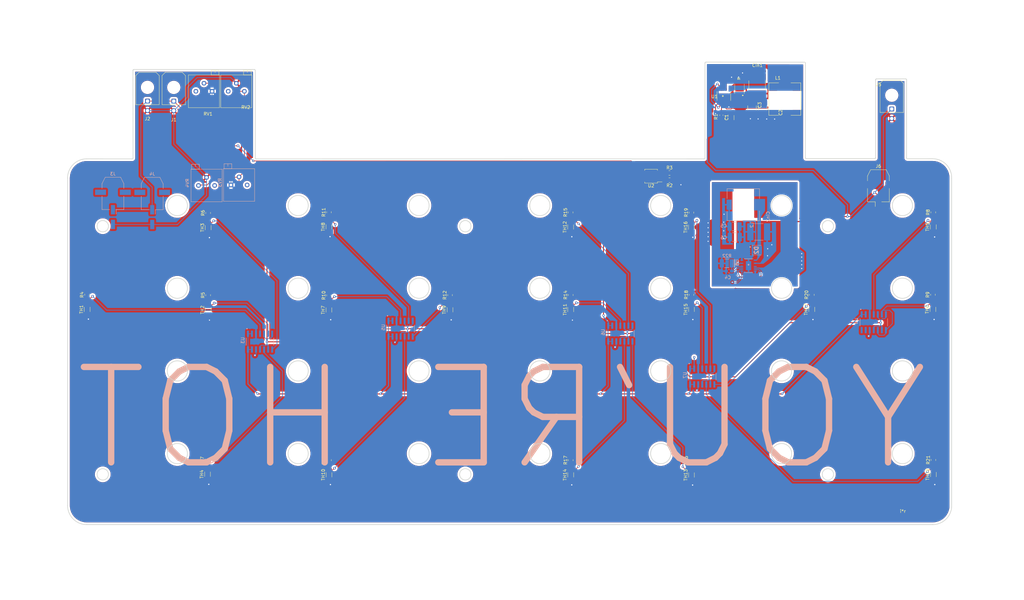
<source format=kicad_pcb>
(kicad_pcb (version 20171130) (host pcbnew "(5.1.7)-1")
  (title_block (title ThermistorComparator) (date 2022-04-14) (rev R1) (company LHRE) (comment 1 "Anand Pawar"))
  (layers (0 F.Cu signal) (31 B.Cu signal) (34 B.Paste user) (35 F.Paste user) (36 B.SilkS user) (37 F.SilkS user) (38 B.Mask user) (39 F.Mask user) (44 Edge.Cuts user))
  (net 0 "")
  (net 1 V+)
  (net 2 GND)
  (net 3 IN+)
  (net 4 /FAULT)
  (net 5 "Net-(RV1-Pad3)")
  (net 6 "Net-(RV2-Pad3)")
  (net 7 RUN)
  (net 8 prg1)
  (net 9 "Net-(R4-Pad1)")
  (net 10 "Net-(R5-Pad1)")
  (net 11 "Net-(R6-Pad1)")
  (net 12 "Net-(R7-Pad1)")
  (net 13 "Net-(R8-Pad1)")
  (net 14 "Net-(R9-Pad1)")
  (net 15 "Net-(R10-Pad1)")
  (net 16 "Net-(R11-Pad1)")
  (net 17 "Net-(R12-Pad1)")
  (net 18 "Net-(R13-Pad1)")
  (net 19 "Net-(R14-Pad1)")
  (net 20 "Net-(R15-Pad1)")
  (net 21 "Net-(R16-Pad1)")
  (net 22 "Net-(R17-Pad1)")
  (net 23 "Net-(R18-Pad1)")
  (net 24 "Net-(R19-Pad1)")
  (net 25 "Net-(R20-Pad1)")
  (net 26 "Net-(C1-Pad1)")
  (net 27 "Net-(R2-Pad2)")
  (net 28 "Net-(R21-Pad1)")
  (net 29 "Net-(U1-Pad5)")
  (net 30 "Net-(U4-Pad13)")
  (net 31 "Net-(U4-Pad14)")
  (net 32 "Net-(C4-Pad1)")
  (net 33 "Net-(U8-Pad5)")
  (net 34 "Net-(RV3-Pad3)")
  (net 35 "Net-(RV4-Pad3)")
  (net 36 "Net-(D1-Pad5)")
  (net 37 "Net-(D2-Pad5)")
  (net 38 prg1B)
  (net 39 /OUT)
  (module "LHRE Footprint Library:LTC3637IMSE-PBF" (layer B.Cu) (at 223.52 69.1896 180)
    (fp_text reference U8 (at 3.556 0.9906 90) (layer B.SilkS) (effects (justify mirror)))
    (fp_text value MSE_16A_ADI hide)
    (fp_text user * (at 0 0 180) (layer B.SilkS) (effects (justify mirror)))
    (pad 17 smd rect (at 0 0 180) (size 1.651 2.8448) (layers B.Cu B.Mask) (net 2 GND))
    (pad 16 smd rect (at 2.1082 1.75133 180) (size 0.889 0.3048) (layers B.Cu B.Paste B.Mask) (net 2 GND))
    (pad 14 smd rect (at 2.1082 0.75057 180) (size 0.889 0.3048) (layers B.Cu B.Paste B.Mask) (net 7 RUN))
    (pad 12 smd rect (at 2.1082 -0.25019 180) (size 0.889 0.3048) (layers B.Cu B.Paste B.Mask) (net 2 GND))
    (pad 11 smd rect (at 2.1082 -0.75057 180) (size 0.889 0.3048) (layers B.Cu B.Paste B.Mask) (net 32 "Net-(C4-Pad1)"))
    (pad 10 smd rect (at 2.1082 -1.25095 180) (size 0.889 0.3048) (layers B.Cu B.Paste B.Mask) (net 38 prg1B))
    (pad 9 smd rect (at 2.1082 -1.75133 180) (size 0.889 0.3048) (layers B.Cu B.Paste B.Mask) (net 1 V+))
    (pad 8 smd rect (at -2.1082 -1.75133 180) (size 0.889 0.3048) (layers B.Cu B.Paste B.Mask) (net 2 GND))
    (pad 7 smd rect (at -2.1082 -1.25095 180) (size 0.889 0.3048) (layers B.Cu B.Paste B.Mask) (net 38 prg1B))
    (pad 6 smd rect (at -2.1082 -0.75057 180) (size 0.889 0.3048) (layers B.Cu B.Paste B.Mask) (net 2 GND))
    (pad 5 smd rect (at -2.1082 -0.25019 180) (size 0.889 0.3048) (layers B.Cu B.Paste B.Mask) (net 33 "Net-(U8-Pad5)"))
    (pad 3 smd rect (at -2.1082 0.75057 180) (size 0.889 0.3048) (layers B.Cu B.Paste B.Mask) (net 7 RUN))
    (pad 1 smd rect (at -2.1082 1.75133 180) (size 0.889 0.3048) (layers B.Cu B.Paste B.Mask) (net 37 "Net-(D2-Pad5)"))
  )
  (module "LHRE Footprint Library:LTC3637IMSE-PBF" (layer F.Cu) (at 215.7476 15.8496 270)
    (fp_text reference U1 (at 0.1524 2.9464 180) (layer F.SilkS))
    (fp_text value MSE_16A_ADI hide)
    (fp_text user * (at 0 0 270) (layer F.SilkS))
    (pad 17 smd rect (at 0 0 270) (size 1.651 2.8448) (layers F.Cu F.Mask) (net 2 GND))
    (pad 16 smd rect (at 2.1082 -1.75133 270) (size 0.889 0.3048) (layers F.Cu F.Paste F.Mask) (net 2 GND))
    (pad 14 smd rect (at 2.1082 -0.75057 270) (size 0.889 0.3048) (layers F.Cu F.Paste F.Mask) (net 7 RUN))
    (pad 12 smd rect (at 2.1082 0.25019 270) (size 0.889 0.3048) (layers F.Cu F.Paste F.Mask) (net 2 GND))
    (pad 11 smd rect (at 2.1082 0.75057 270) (size 0.889 0.3048) (layers F.Cu F.Paste F.Mask) (net 26 "Net-(C1-Pad1)"))
    (pad 10 smd rect (at 2.1082 1.25095 270) (size 0.889 0.3048) (layers F.Cu F.Paste F.Mask) (net 8 prg1))
    (pad 9 smd rect (at 2.1082 1.75133 270) (size 0.889 0.3048) (layers F.Cu F.Paste F.Mask) (net 1 V+))
    (pad 8 smd rect (at -2.1082 1.75133 270) (size 0.889 0.3048) (layers F.Cu F.Paste F.Mask) (net 2 GND))
    (pad 7 smd rect (at -2.1082 1.25095 270) (size 0.889 0.3048) (layers F.Cu F.Paste F.Mask) (net 8 prg1))
    (pad 6 smd rect (at -2.1082 0.75057 270) (size 0.889 0.3048) (layers F.Cu F.Paste F.Mask) (net 2 GND))
    (pad 5 smd rect (at -2.1082 0.25019 270) (size 0.889 0.3048) (layers F.Cu F.Paste F.Mask) (net 29 "Net-(U1-Pad5)"))
    (pad 3 smd rect (at -2.1082 -0.75057 270) (size 0.889 0.3048) (layers F.Cu F.Paste F.Mask) (net 7 RUN))
    (pad 1 smd rect (at -2.1082 -1.75133 270) (size 0.889 0.3048) (layers F.Cu F.Paste F.Mask) (net 36 "Net-(D1-Pad5)"))
  )
  (module "LHRE Footprint Library:SOIC127P600X175-14N" (layer B.Cu) (at 208.9658 104.0384 270)
    (fp_text reference U7 (at -0.425 5.435 90) (layer B.SilkS) (effects (justify mirror)))
    (fp_text value LMV339MX_NOPB)
    (pad 1 smd roundrect (at -2.475 3.81 270) (size 1.97 0.6) (layers B.Cu B.Paste B.Mask) (roundrect_rratio 0.15) (net 39 /OUT))
    (pad 2 smd roundrect (at -2.475 2.54 270) (size 1.97 0.6) (layers B.Cu B.Paste B.Mask) (roundrect_rratio 0.15) (net 39 /OUT))
    (pad 3 smd roundrect (at -2.475 1.27 270) (size 1.97 0.6) (layers B.Cu B.Paste B.Mask) (roundrect_rratio 0.15) (net 1 V+))
    (pad 4 smd roundrect (at -2.475 0 270) (size 1.97 0.6) (layers B.Cu B.Paste B.Mask) (roundrect_rratio 0.15) (net 23 "Net-(R18-Pad1)"))
    (pad 5 smd roundrect (at -2.475 -1.27 270) (size 1.97 0.6) (layers B.Cu B.Paste B.Mask) (roundrect_rratio 0.15) (net 3 IN+))
    (pad 6 smd roundrect (at -2.475 -2.54 270) (size 1.97 0.6) (layers B.Cu B.Paste B.Mask) (roundrect_rratio 0.15) (net 24 "Net-(R19-Pad1)"))
    (pad 7 smd roundrect (at -2.475 -3.81 270) (size 1.97 0.6) (layers B.Cu B.Paste B.Mask) (roundrect_rratio 0.15) (net 3 IN+))
    (pad 8 smd roundrect (at 2.475 -3.81 270) (size 1.97 0.6) (layers B.Cu B.Paste B.Mask) (roundrect_rratio 0.15) (net 25 "Net-(R20-Pad1)"))
    (pad 9 smd roundrect (at 2.475 -2.54 270) (size 1.97 0.6) (layers B.Cu B.Paste B.Mask) (roundrect_rratio 0.15) (net 3 IN+))
    (pad 10 smd roundrect (at 2.475 -1.27 270) (size 1.97 0.6) (layers B.Cu B.Paste B.Mask) (roundrect_rratio 0.15) (net 28 "Net-(R21-Pad1)"))
    (pad 11 smd roundrect (at 2.475 0 270) (size 1.97 0.6) (layers B.Cu B.Paste B.Mask) (roundrect_rratio 0.15) (net 3 IN+))
    (pad 12 smd roundrect (at 2.475 1.27 270) (size 1.97 0.6) (layers B.Cu B.Paste B.Mask) (roundrect_rratio 0.15) (net 2 GND))
    (pad 13 smd roundrect (at 2.475 2.54 270) (size 1.97 0.6) (layers B.Cu B.Paste B.Mask) (roundrect_rratio 0.15) (net 39 /OUT))
    (pad 14 smd roundrect (at 2.475 3.81 270) (size 1.97 0.6) (layers B.Cu B.Paste B.Mask) (roundrect_rratio 0.15) (net 39 /OUT))
  )
  (module "LHRE Footprint Library:SOIC127P600X175-14N" (layer B.Cu) (at 183.2102 90.5256 270)
    (fp_text reference U6 (at -0.425 5.435 90) (layer B.SilkS) (effects (justify mirror)))
    (fp_text value LMV339MX_NOPB)
    (pad 1 smd roundrect (at -2.475 3.81 270) (size 1.97 0.6) (layers B.Cu B.Paste B.Mask) (roundrect_rratio 0.15) (net 39 /OUT))
    (pad 2 smd roundrect (at -2.475 2.54 270) (size 1.97 0.6) (layers B.Cu B.Paste B.Mask) (roundrect_rratio 0.15) (net 39 /OUT))
    (pad 3 smd roundrect (at -2.475 1.27 270) (size 1.97 0.6) (layers B.Cu B.Paste B.Mask) (roundrect_rratio 0.15) (net 1 V+))
    (pad 4 smd roundrect (at -2.475 0 270) (size 1.97 0.6) (layers B.Cu B.Paste B.Mask) (roundrect_rratio 0.15) (net 19 "Net-(R14-Pad1)"))
    (pad 5 smd roundrect (at -2.475 -1.27 270) (size 1.97 0.6) (layers B.Cu B.Paste B.Mask) (roundrect_rratio 0.15) (net 3 IN+))
    (pad 6 smd roundrect (at -2.475 -2.54 270) (size 1.97 0.6) (layers B.Cu B.Paste B.Mask) (roundrect_rratio 0.15) (net 20 "Net-(R15-Pad1)"))
    (pad 7 smd roundrect (at -2.475 -3.81 270) (size 1.97 0.6) (layers B.Cu B.Paste B.Mask) (roundrect_rratio 0.15) (net 3 IN+))
    (pad 8 smd roundrect (at 2.475 -3.81 270) (size 1.97 0.6) (layers B.Cu B.Paste B.Mask) (roundrect_rratio 0.15) (net 21 "Net-(R16-Pad1)"))
    (pad 9 smd roundrect (at 2.475 -2.54 270) (size 1.97 0.6) (layers B.Cu B.Paste B.Mask) (roundrect_rratio 0.15) (net 3 IN+))
    (pad 10 smd roundrect (at 2.475 -1.27 270) (size 1.97 0.6) (layers B.Cu B.Paste B.Mask) (roundrect_rratio 0.15) (net 22 "Net-(R17-Pad1)"))
    (pad 11 smd roundrect (at 2.475 0 270) (size 1.97 0.6) (layers B.Cu B.Paste B.Mask) (roundrect_rratio 0.15) (net 3 IN+))
    (pad 12 smd roundrect (at 2.475 1.27 270) (size 1.97 0.6) (layers B.Cu B.Paste B.Mask) (roundrect_rratio 0.15) (net 2 GND))
    (pad 13 smd roundrect (at 2.475 2.54 270) (size 1.97 0.6) (layers B.Cu B.Paste B.Mask) (roundrect_rratio 0.15) (net 39 /OUT))
    (pad 14 smd roundrect (at 2.475 3.81 270) (size 1.97 0.6) (layers B.Cu B.Paste B.Mask) (roundrect_rratio 0.15) (net 39 /OUT))
  )
  (module "LHRE Footprint Library:SOIC127P600X175-14N" (layer B.Cu) (at 114.1222 89.0016 270)
    (fp_text reference U5 (at -0.425 5.435 90) (layer B.SilkS) (effects (justify mirror)))
    (fp_text value LMV339MX_NOPB)
    (pad 1 smd roundrect (at -2.475 3.81 270) (size 1.97 0.6) (layers B.Cu B.Paste B.Mask) (roundrect_rratio 0.15) (net 39 /OUT))
    (pad 2 smd roundrect (at -2.475 2.54 270) (size 1.97 0.6) (layers B.Cu B.Paste B.Mask) (roundrect_rratio 0.15) (net 39 /OUT))
    (pad 3 smd roundrect (at -2.475 1.27 270) (size 1.97 0.6) (layers B.Cu B.Paste B.Mask) (roundrect_rratio 0.15) (net 1 V+))
    (pad 4 smd roundrect (at -2.475 0 270) (size 1.97 0.6) (layers B.Cu B.Paste B.Mask) (roundrect_rratio 0.15) (net 15 "Net-(R10-Pad1)"))
    (pad 5 smd roundrect (at -2.475 -1.27 270) (size 1.97 0.6) (layers B.Cu B.Paste B.Mask) (roundrect_rratio 0.15) (net 3 IN+))
    (pad 6 smd roundrect (at -2.475 -2.54 270) (size 1.97 0.6) (layers B.Cu B.Paste B.Mask) (roundrect_rratio 0.15) (net 16 "Net-(R11-Pad1)"))
    (pad 7 smd roundrect (at -2.475 -3.81 270) (size 1.97 0.6) (layers B.Cu B.Paste B.Mask) (roundrect_rratio 0.15) (net 3 IN+))
    (pad 8 smd roundrect (at 2.475 -3.81 270) (size 1.97 0.6) (layers B.Cu B.Paste B.Mask) (roundrect_rratio 0.15) (net 17 "Net-(R12-Pad1)"))
    (pad 9 smd roundrect (at 2.475 -2.54 270) (size 1.97 0.6) (layers B.Cu B.Paste B.Mask) (roundrect_rratio 0.15) (net 3 IN+))
    (pad 10 smd roundrect (at 2.475 -1.27 270) (size 1.97 0.6) (layers B.Cu B.Paste B.Mask) (roundrect_rratio 0.15) (net 18 "Net-(R13-Pad1)"))
    (pad 11 smd roundrect (at 2.475 0 270) (size 1.97 0.6) (layers B.Cu B.Paste B.Mask) (roundrect_rratio 0.15) (net 3 IN+))
    (pad 12 smd roundrect (at 2.475 1.27 270) (size 1.97 0.6) (layers B.Cu B.Paste B.Mask) (roundrect_rratio 0.15) (net 2 GND))
    (pad 13 smd roundrect (at 2.475 2.54 270) (size 1.97 0.6) (layers B.Cu B.Paste B.Mask) (roundrect_rratio 0.15) (net 39 /OUT))
    (pad 14 smd roundrect (at 2.475 3.81 270) (size 1.97 0.6) (layers B.Cu B.Paste B.Mask) (roundrect_rratio 0.15) (net 39 /OUT))
  )
  (module "LHRE Footprint Library:SOIC127P600X175-14N" (layer B.Cu) (at 262.9012 86.9696 270)
    (fp_text reference U4 (at -0.425 5.435 90) (layer B.SilkS) (effects (justify mirror)))
    (fp_text value LMV339MX_NOPB)
    (pad 1 smd roundrect (at -2.475 3.81 270) (size 1.97 0.6) (layers B.Cu B.Paste B.Mask) (roundrect_rratio 0.15) (net 39 /OUT))
    (pad 2 smd roundrect (at -2.475 2.54 270) (size 1.97 0.6) (layers B.Cu B.Paste B.Mask) (roundrect_rratio 0.15) (net 39 /OUT))
    (pad 3 smd roundrect (at -2.475 1.27 270) (size 1.97 0.6) (layers B.Cu B.Paste B.Mask) (roundrect_rratio 0.15) (net 1 V+))
    (pad 4 smd roundrect (at -2.475 0 270) (size 1.97 0.6) (layers B.Cu B.Paste B.Mask) (roundrect_rratio 0.15) (net 13 "Net-(R8-Pad1)"))
    (pad 5 smd roundrect (at -2.475 -1.27 270) (size 1.97 0.6) (layers B.Cu B.Paste B.Mask) (roundrect_rratio 0.15) (net 3 IN+))
    (pad 6 smd roundrect (at -2.475 -2.54 270) (size 1.97 0.6) (layers B.Cu B.Paste B.Mask) (roundrect_rratio 0.15) (net 14 "Net-(R9-Pad1)"))
    (pad 7 smd roundrect (at -2.475 -3.81 270) (size 1.97 0.6) (layers B.Cu B.Paste B.Mask) (roundrect_rratio 0.15) (net 3 IN+))
    (pad 8 smd roundrect (at 2.475 -3.81 270) (size 1.97 0.6) (layers B.Cu B.Paste B.Mask) (roundrect_rratio 0.15) (net 14 "Net-(R9-Pad1)"))
    (pad 9 smd roundrect (at 2.475 -2.54 270) (size 1.97 0.6) (layers B.Cu B.Paste B.Mask) (roundrect_rratio 0.15) (net 3 IN+))
    (pad 10 smd roundrect (at 2.475 -1.27 270) (size 1.97 0.6) (layers B.Cu B.Paste B.Mask) (roundrect_rratio 0.15) (net 14 "Net-(R9-Pad1)"))
    (pad 11 smd roundrect (at 2.475 0 270) (size 1.97 0.6) (layers B.Cu B.Paste B.Mask) (roundrect_rratio 0.15) (net 3 IN+))
    (pad 12 smd roundrect (at 2.475 1.27 270) (size 1.97 0.6) (layers B.Cu B.Paste B.Mask) (roundrect_rratio 0.15) (net 2 GND))
    (pad 13 smd roundrect (at 2.475 2.54 270) (size 1.97 0.6) (layers B.Cu B.Paste B.Mask) (roundrect_rratio 0.15) (net 30 "Net-(U4-Pad13)"))
    (pad 14 smd roundrect (at 2.475 3.81 270) (size 1.97 0.6) (layers B.Cu B.Paste B.Mask) (roundrect_rratio 0.15) (net 31 "Net-(U4-Pad14)"))
  )
  (module "LHRE Footprint Library:SOIC127P600X175-14N" (layer B.Cu) (at 69.9262 93.0656 270)
    (fp_text reference U3 (at -0.425 5.435 90) (layer B.SilkS) (effects (justify mirror)))
    (fp_text value LMV339MX_NOPB)
    (pad 1 smd roundrect (at -2.475 3.81 270) (size 1.97 0.6) (layers B.Cu B.Paste B.Mask) (roundrect_rratio 0.15) (net 39 /OUT))
    (pad 2 smd roundrect (at -2.475 2.54 270) (size 1.97 0.6) (layers B.Cu B.Paste B.Mask) (roundrect_rratio 0.15) (net 39 /OUT))
    (pad 3 smd roundrect (at -2.475 1.27 270) (size 1.97 0.6) (layers B.Cu B.Paste B.Mask) (roundrect_rratio 0.15) (net 1 V+))
    (pad 4 smd roundrect (at -2.475 0 270) (size 1.97 0.6) (layers B.Cu B.Paste B.Mask) (roundrect_rratio 0.15) (net 9 "Net-(R4-Pad1)"))
    (pad 5 smd roundrect (at -2.475 -1.27 270) (size 1.97 0.6) (layers B.Cu B.Paste B.Mask) (roundrect_rratio 0.15) (net 3 IN+))
    (pad 6 smd roundrect (at -2.475 -2.54 270) (size 1.97 0.6) (layers B.Cu B.Paste B.Mask) (roundrect_rratio 0.15) (net 10 "Net-(R5-Pad1)"))
    (pad 7 smd roundrect (at -2.475 -3.81 270) (size 1.97 0.6) (layers B.Cu B.Paste B.Mask) (roundrect_rratio 0.15) (net 3 IN+))
    (pad 8 smd roundrect (at 2.475 -3.81 270) (size 1.97 0.6) (layers B.Cu B.Paste B.Mask) (roundrect_rratio 0.15) (net 11 "Net-(R6-Pad1)"))
    (pad 9 smd roundrect (at 2.475 -2.54 270) (size 1.97 0.6) (layers B.Cu B.Paste B.Mask) (roundrect_rratio 0.15) (net 3 IN+))
    (pad 10 smd roundrect (at 2.475 -1.27 270) (size 1.97 0.6) (layers B.Cu B.Paste B.Mask) (roundrect_rratio 0.15) (net 12 "Net-(R7-Pad1)"))
    (pad 11 smd roundrect (at 2.475 0 270) (size 1.97 0.6) (layers B.Cu B.Paste B.Mask) (roundrect_rratio 0.15) (net 3 IN+))
    (pad 12 smd roundrect (at 2.475 1.27 270) (size 1.97 0.6) (layers B.Cu B.Paste B.Mask) (roundrect_rratio 0.15) (net 2 GND))
    (pad 13 smd roundrect (at 2.475 2.54 270) (size 1.97 0.6) (layers B.Cu B.Paste B.Mask) (roundrect_rratio 0.15) (net 39 /OUT))
    (pad 14 smd roundrect (at 2.475 3.81 270) (size 1.97 0.6) (layers B.Cu B.Paste B.Mask) (roundrect_rratio 0.15) (net 39 /OUT))
  )
  (module Resistor_SMD:R_1206_3216Metric_Pad1.30x1.75mm_HandSolder (layer F.Cu) (at 91.6178 134.9254 90)
    (fp_text reference TH10 (at 0 -1.82 90) (layer F.SilkS))
    (fp_text value 1k)
    (pad 1 smd roundrect (at -1.55 0 90) (size 1.3 1.75) (layers F.Cu F.Paste F.Mask) (roundrect_rratio 0.1923076923076923) (net 1 V+))
    (pad 2 smd roundrect (at 1.55 0 90) (size 1.3 1.75) (layers F.Cu F.Paste F.Mask) (roundrect_rratio 0.1923076923076923) (net 18 "Net-(R13-Pad1)"))
  )
  (module Resistor_SMD:R_0805_2012Metric_Pad1.20x1.40mm_HandSolder (layer F.Cu) (at 91.6178 130.3434 90)
    (fp_text reference R13 (at 0 -1.65 90) (layer F.SilkS))
    (fp_text value 2k)
    (pad 1 smd roundrect (at -1 0 90) (size 1.2 1.4) (layers F.Cu F.Paste F.Mask) (roundrect_rratio 0.2083325) (net 18 "Net-(R13-Pad1)"))
    (pad 2 smd roundrect (at 1 0 90) (size 1.2 1.4) (layers F.Cu F.Paste F.Mask) (roundrect_rratio 0.2083325) (net 2 GND))
  )
  (module Resistor_SMD:R_1206_3216Metric_Pad1.30x1.75mm_HandSolder (layer F.Cu) (at 129.667 83.0586 90)
    (fp_text reference TH9 (at 0 -1.82 90) (layer F.SilkS))
    (fp_text value 1k)
    (pad 1 smd roundrect (at -1.55 0 90) (size 1.3 1.75) (layers F.Cu F.Paste F.Mask) (roundrect_rratio 0.1923076923076923) (net 1 V+))
    (pad 2 smd roundrect (at 1.55 0 90) (size 1.3 1.75) (layers F.Cu F.Paste F.Mask) (roundrect_rratio 0.1923076923076923) (net 17 "Net-(R12-Pad1)"))
  )
  (module Resistor_SMD:R_0805_2012Metric_Pad1.20x1.40mm_HandSolder (layer F.Cu) (at 129.667 78.4446 90)
    (fp_text reference R12 (at 0 -1.65 90) (layer F.SilkS))
    (fp_text value 2k)
    (pad 1 smd roundrect (at -1 0 90) (size 1.2 1.4) (layers F.Cu F.Paste F.Mask) (roundrect_rratio 0.2083325) (net 17 "Net-(R12-Pad1)"))
    (pad 2 smd roundrect (at 1 0 90) (size 1.2 1.4) (layers F.Cu F.Paste F.Mask) (roundrect_rratio 0.2083325) (net 2 GND))
  )
  (module Capacitor_SMD:C_1210_3225Metric_Pad1.33x2.70mm_HandSolder (layer B.Cu) (at 219.1127 56.8706)
    (fp_text reference C5 (at -3.429 -0.2286 180) (layer B.SilkS) (effects (justify mirror)))
    (fp_text value "100 uF")
    (pad 1 smd roundrect (at -1.5625 0) (size 1.325 2.7) (layers B.Cu B.Paste B.Mask) (roundrect_rratio 0.1886784905660377) (net 1 V+))
    (pad 2 smd roundrect (at 1.5625 0) (size 1.325 2.7) (layers B.Cu B.Paste B.Mask) (roundrect_rratio 0.1886784905660377) (net 2 GND))
  )
  (module "LHRE Footprint Library:SBR3U100LP7" (layer B.Cu) (at 225.933 64.3128 90)
    (fp_text reference D2 (at 0 0.063 90) (layer B.SilkS) (effects (font (size 1.27 1.27) (thickness 0.254)) (justify mirror)))
    (fp_text value SBR3U100LP-7 hide)
    (pad 1 smd rect (at 0.975 -1.165 90) (size 0.39 0.65) (layers B.Cu B.Paste B.Mask) (net 2 GND))
    (pad 2 smd rect (at 0.325 -1.165 90) (size 0.39 0.65) (layers B.Cu B.Paste B.Mask) (net 2 GND))
    (pad 3 smd rect (at -0.325 -1.165 90) (size 0.39 0.65) (layers B.Cu B.Paste B.Mask) (net 2 GND))
    (pad 4 smd rect (at -0.975 -1.165 90) (size 0.39 0.65) (layers B.Cu B.Paste B.Mask) (net 2 GND))
    (pad 5 smd rect (at 0 0.565) (size 2.49 2.59) (layers B.Cu B.Paste B.Mask) (net 37 "Net-(D2-Pad5)"))
  )
  (module Potentiometer_THT:Potentiometer_Bourns_3299P_Horizontal (layer B.Cu) (at 50.5714 43.9674 270)
    (fp_text reference RV4 (at -0.76 3.475 270) (layer B.SilkS) (effects (justify mirror)))
    (fp_text value 1.1k)
    (pad 3 thru_hole circle (at 0 -5.08 270) (size 1.44 1.44) (drill 0.8) (layers *.Cu *.Mask) (net 35 "Net-(RV4-Pad3)"))
    (pad 2 thru_hole circle (at -2.54 -2.54 270) (size 1.44 1.44) (drill 0.8) (layers *.Cu *.Mask) (net 2 GND))
    (pad 1 thru_hole circle (at 0 0 270) (size 1.44 1.44) (drill 0.8) (layers *.Cu *.Mask) (net 3 IN+))
  )
  (module Potentiometer_THT:Potentiometer_Bourns_3299P_Horizontal (layer B.Cu) (at 60.7822 43.815 270)
    (fp_text reference RV3 (at -0.76 3.475 90) (layer B.SilkS) (effects (justify mirror)))
    (fp_text value 1.9k)
    (pad 3 thru_hole circle (at 0 -5.08 270) (size 1.44 1.44) (drill 0.8) (layers *.Cu *.Mask) (net 34 "Net-(RV3-Pad3)"))
    (pad 2 thru_hole circle (at -2.54 -2.54 270) (size 1.44 1.44) (drill 0.8) (layers *.Cu *.Mask) (net 3 IN+))
    (pad 1 thru_hole circle (at 0 0 270) (size 1.44 1.44) (drill 0.8) (layers *.Cu *.Mask) (net 1 V+))
  )
  (module Resistor_SMD:R_1210_3225Metric_Pad1.30x2.65mm_HandSolder (layer B.Cu) (at 216.6614 68.453 180)
    (fp_text reference R22 (at -0.0768 2.3368 180) (layer B.SilkS) (effects (justify mirror)))
    (fp_text value 255k)
    (pad 1 smd roundrect (at -1.55 0 180) (size 1.3 2.65) (layers B.Cu B.Paste B.Mask) (roundrect_rratio 0.1923076923076923) (net 32 "Net-(C4-Pad1)"))
    (pad 2 smd roundrect (at 1.55 0 180) (size 1.3 2.65) (layers B.Cu B.Paste B.Mask) (roundrect_rratio 0.1923076923076923) (net 2 GND))
  )
  (module Inductor_SMD:L_Sumida_CDRH105RNP-100NC (layer B.Cu) (at 221.869 50.0126 90)
    (fp_text reference L2 (at -6.3754 2.7178 90) (layer B.SilkS) (effects (justify mirror)))
    (fp_text value "10 uH")
    (pad 2 smd rect (at 0 -4.45 90) (size 3.2 1.6) (layers B.Cu B.Paste B.Mask) (net 1 V+))
    (pad 1 smd rect (at 0 4.45 90) (size 3.2 1.6) (layers B.Cu B.Paste B.Mask) (net 37 "Net-(D2-Pad5)"))
  )
  (module Connector_Molex:Molex_Micro-Fit_3.0_43045-0210_2x01-1MP_P3.00mm_Horizontal (layer F.Cu) (at 264.3632 51.4858)
    (fp_text reference J6 (at 0 -13.58) (layer F.SilkS))
    (fp_text value UNIQUE_PWR_CONN)
    (pad 2 smd rect (at 0 2.315) (size 1.27 2.92) (layers F.Cu F.Paste F.Mask) (net 2 GND))
    (pad 1 smd rect (at 0 -2.315) (size 1.27 2.92) (layers F.Cu F.Paste F.Mask) (net 7 RUN))
    (pad MP smd rect (at 3.885 -7.785) (size 3.43 1.65) (layers F.Cu F.Paste F.Mask))
    (pad MP smd rect (at -3.885 -7.785) (size 3.43 1.65) (layers F.Cu F.Paste F.Mask))
  )
  (module Connector_Molex:Molex_Micro-Fit_3.0_43045-0210_2x01-1MP_P3.00mm_Horizontal (layer B.Cu) (at 36.0172 53.9242 180)
    (fp_text reference J4 (at 0 13.58) (layer B.SilkS) (effects (justify mirror)))
    (fp_text value UNIQUE_OUT)
    (pad 2 smd rect (at 0 -2.315 180) (size 1.27 2.92) (layers B.Cu B.Paste B.Mask) (net 2 GND))
    (pad 1 smd rect (at 0 2.315 180) (size 1.27 2.92) (layers B.Cu B.Paste B.Mask) (net 4 /FAULT))
    (pad MP smd rect (at 3.885 7.785 180) (size 3.43 1.65) (layers B.Cu B.Paste B.Mask))
    (pad MP smd rect (at -3.885 7.785 180) (size 3.43 1.65) (layers B.Cu B.Paste B.Mask))
  )
  (module Connector_Molex:Molex_Micro-Fit_3.0_43045-0210_2x01-1MP_P3.00mm_Horizontal (layer B.Cu) (at 23.6728 53.8988 180)
    (fp_text reference J3 (at 0 13.58) (layer B.SilkS) (effects (justify mirror)))
    (fp_text value UNIQUE_IN)
    (pad 2 smd rect (at 0 -2.315 180) (size 1.27 2.92) (layers B.Cu B.Paste B.Mask) (net 2 GND))
    (pad 1 smd rect (at 0 2.315 180) (size 1.27 2.92) (layers B.Cu B.Paste B.Mask) (net 4 /FAULT))
    (pad MP smd rect (at 3.885 7.785 180) (size 3.43 1.65) (layers B.Cu B.Paste B.Mask))
    (pad MP smd rect (at -3.885 7.785 180) (size 3.43 1.65) (layers B.Cu B.Paste B.Mask))
  )
  (module Capacitor_SMD:C_2220_5650Metric_Pad1.97x5.40mm_HandSolder (layer B.Cu) (at 226.7245 58.547 180)
    (fp_text reference Cin2 (at -2.9505 4.8006 270) (layer B.SilkS) (effects (justify mirror)))
    (fp_text value "4.7 uF")
    (pad 1 smd roundrect (at -2.6375 0 180) (size 1.975 5.4) (layers B.Cu B.Paste B.Mask) (roundrect_rratio 0.127) (net 7 RUN))
    (pad 2 smd roundrect (at 2.6375 0 180) (size 1.975 5.4) (layers B.Cu B.Paste B.Mask) (roundrect_rratio 0.1265812658227848) (net 2 GND))
  )
  (module Capacitor_SMD:C_1210_3225Metric_Pad1.33x2.70mm_HandSolder (layer B.Cu) (at 219.1889 60.198)
    (fp_text reference C6 (at -3.4798 0.1524 180) (layer B.SilkS) (effects (justify mirror)))
    (fp_text value "100 uF")
    (pad 1 smd roundrect (at -1.5625 0) (size 1.325 2.7) (layers B.Cu B.Paste B.Mask) (roundrect_rratio 0.1886784905660377) (net 1 V+))
    (pad 2 smd roundrect (at 1.5625 0) (size 1.325 2.7) (layers B.Cu B.Paste B.Mask) (roundrect_rratio 0.1889992452830189) (net 2 GND))
  )
  (module Capacitor_SMD:C_0603_1608Metric_Pad1.08x0.95mm_HandSolder (layer B.Cu) (at 217.3489 70.8914 180)
    (fp_text reference C4 (at 0.3567 -2.0066 180) (layer B.SilkS) (effects (justify mirror)))
    (fp_text value 47pF)
    (pad 1 smd roundrect (at -0.8625 0 180) (size 1.075 0.95) (layers B.Cu B.Paste B.Mask) (net 32 "Net-(C4-Pad1)"))
    (pad 2 smd roundrect (at 0.8625 0 180) (size 1.075 0.95) (layers B.Cu B.Paste B.Mask) (net 2 GND))
  )
  (module Connector_Molex:Molex_Micro-Fit_3.0_43045-0200_2x01_P3.00mm_Horizontal (layer F.Cu) (at 42.799 17.4498)
    (fp_text reference J1 (at 0 5.842) (layer F.SilkS))
    (fp_text value IN)
    (pad 2 thru_hole circle (at 0 3) (size 1.5 1.5) (drill 1.02) (layers *.Cu *.Mask) (net 2 GND))
    (pad 1 thru_hole roundrect (at 0 0) (size 1.5 1.5) (drill 1.02) (layers *.Cu *.Mask) (roundrect_rratio 0.1666666666666667) (net 4 /FAULT))
    (pad "" np_thru_hole circle (at 0 -4.32) (size 3 3) (drill 3) (layers *.Cu *.Mask))
  )
  (module Resistor_SMD:R_1210_3225Metric_Pad1.30x2.65mm_HandSolder (layer F.Cu) (at 217.6018 22.6314 270)
    (fp_text reference R1 (at -0.2794 4.318 270) (layer F.SilkS))
    (fp_text value 255k)
    (pad 1 smd roundrect (at -1.55 0 270) (size 1.3 2.65) (layers F.Cu F.Paste F.Mask) (roundrect_rratio 0.1923076923076923) (net 26 "Net-(C1-Pad1)"))
    (pad 2 smd roundrect (at 1.55 0 270) (size 1.3 2.65) (layers F.Cu F.Paste F.Mask) (roundrect_rratio 0.1923076923076923) (net 2 GND))
  )
  (module Capacitor_SMD:C_1210_3225Metric_Pad1.33x2.70mm_HandSolder (layer F.Cu) (at 224.6122 19.5711 90)
    (fp_text reference C3 (at 0.8759 2.413 270) (layer F.SilkS))
    (fp_text value "100 uF")
    (pad 1 smd roundrect (at -1.5625 0 90) (size 1.325 2.7) (layers F.Cu F.Paste F.Mask) (roundrect_rratio 0.1886784905660377) (net 1 V+))
    (pad 2 smd roundrect (at 1.5625 0 90) (size 1.325 2.7) (layers F.Cu F.Paste F.Mask) (roundrect_rratio 0.1886784905660377) (net 2 GND))
  )
  (module Resistor_SMD:R_0805_2012Metric_Pad1.20x1.40mm_HandSolder (layer F.Cu) (at 53.6194 52.6128 90)
    (fp_text reference R6 (at 0 -1.65 90) (layer F.SilkS))
    (fp_text value 2k)
    (pad 2 smd roundrect (at 1 0 90) (size 1.2 1.4) (layers F.Cu F.Paste F.Mask) (roundrect_rratio 0.2083325) (net 2 GND))
    (pad 1 smd roundrect (at -1 0 90) (size 1.2 1.4) (layers F.Cu F.Paste F.Mask) (roundrect_rratio 0.2083325) (net 11 "Net-(R6-Pad1)"))
  )
  (module Resistor_SMD:R_1206_3216Metric_Pad1.30x1.75mm_HandSolder (layer F.Cu) (at 281.6606 134.8492 90)
    (fp_text reference TH18 (at 0 -1.82 90) (layer F.SilkS))
    (fp_text value 1k)
    (pad 2 smd roundrect (at 1.55 0 90) (size 1.3 1.75) (layers F.Cu F.Paste F.Mask) (roundrect_rratio 0.1923076923076923) (net 28 "Net-(R21-Pad1)"))
    (pad 1 smd roundrect (at -1.55 0 90) (size 1.3 1.75) (layers F.Cu F.Paste F.Mask) (roundrect_rratio 0.1923076923076923) (net 1 V+))
  )
  (module Resistor_SMD:R_1206_3216Metric_Pad1.30x1.75mm_HandSolder (layer F.Cu) (at 243.4082 82.9316 90)
    (fp_text reference TH17 (at 0 -1.82 90) (layer F.SilkS))
    (fp_text value 1k)
    (pad 2 smd roundrect (at 1.55 0 90) (size 1.3 1.75) (layers F.Cu F.Paste F.Mask) (roundrect_rratio 0.1923076923076923) (net 25 "Net-(R20-Pad1)"))
    (pad 1 smd roundrect (at -1.55 0 90) (size 1.3 1.75) (layers F.Cu F.Paste F.Mask) (roundrect_rratio 0.1923076923076923) (net 1 V+))
  )
  (module Resistor_SMD:R_1206_3216Metric_Pad1.30x1.75mm_HandSolder (layer F.Cu) (at 205.5622 57.0744 90)
    (fp_text reference TH16 (at 0 -1.82 90) (layer F.SilkS))
    (fp_text value 1k)
    (pad 2 smd roundrect (at 1.55 0 90) (size 1.3 1.75) (layers F.Cu F.Paste F.Mask) (roundrect_rratio 0.1923076923076923) (net 24 "Net-(R19-Pad1)"))
    (pad 1 smd roundrect (at -1.55 0 90) (size 1.3 1.75) (layers F.Cu F.Paste F.Mask) (roundrect_rratio 0.1923076923076923) (net 1 V+))
  )
  (module Resistor_SMD:R_1206_3216Metric_Pad1.30x1.75mm_HandSolder (layer F.Cu) (at 205.5876 82.9316 90)
    (fp_text reference TH15 (at 0 -1.82 90) (layer F.SilkS))
    (fp_text value 1k)
    (pad 2 smd roundrect (at 1.55 0 90) (size 1.3 1.75) (layers F.Cu F.Paste F.Mask) (roundrect_rratio 0.1923076923076923) (net 23 "Net-(R18-Pad1)"))
    (pad 1 smd roundrect (at -1.55 0 90) (size 1.3 1.75) (layers F.Cu F.Paste F.Mask) (roundrect_rratio 0.1923076923076923) (net 1 V+))
  )
  (module Resistor_SMD:R_1206_3216Metric_Pad1.30x1.75mm_HandSolder (layer F.Cu) (at 167.6146 134.9508 90)
    (fp_text reference TH14 (at 0 -1.82 90) (layer F.SilkS))
    (fp_text value 1k)
    (pad 2 smd roundrect (at 1.55 0 90) (size 1.3 1.75) (layers F.Cu F.Paste F.Mask) (roundrect_rratio 0.1923076923076923) (net 22 "Net-(R17-Pad1)"))
    (pad 1 smd roundrect (at -1.55 0 90) (size 1.3 1.75) (layers F.Cu F.Paste F.Mask) (roundrect_rratio 0.1923076923076923) (net 1 V+))
  )
  (module Resistor_SMD:R_1206_3216Metric_Pad1.30x1.75mm_HandSolder (layer F.Cu) (at 205.5876 135.0016 90)
    (fp_text reference TH13 (at 0 -1.82 90) (layer F.SilkS))
    (fp_text value 1k)
    (pad 2 smd roundrect (at 1.55 0 90) (size 1.3 1.75) (layers F.Cu F.Paste F.Mask) (roundrect_rratio 0.1923076923076923) (net 21 "Net-(R16-Pad1)"))
    (pad 1 smd roundrect (at -1.55 0 90) (size 1.3 1.75) (layers F.Cu F.Paste F.Mask) (roundrect_rratio 0.1923076923076923) (net 1 V+))
  )
  (module Resistor_SMD:R_1206_3216Metric_Pad1.30x1.75mm_HandSolder (layer F.Cu) (at 167.5892 57.0236 90)
    (fp_text reference TH12 (at 0 -1.82 90) (layer F.SilkS))
    (fp_text value 1k)
    (pad 2 smd roundrect (at 1.55 0 90) (size 1.3 1.75) (layers F.Cu F.Paste F.Mask) (roundrect_rratio 0.1923076923076923) (net 20 "Net-(R15-Pad1)"))
    (pad 1 smd roundrect (at -1.55 0 90) (size 1.3 1.75) (layers F.Cu F.Paste F.Mask) (roundrect_rratio 0.1923076923076923) (net 1 V+))
  )
  (module Resistor_SMD:R_1206_3216Metric_Pad1.30x1.75mm_HandSolder (layer F.Cu) (at 167.6146 82.9824 90)
    (fp_text reference TH11 (at 0 -1.82 90) (layer F.SilkS))
    (fp_text value 1k)
    (pad 2 smd roundrect (at 1.55 0 90) (size 1.3 1.75) (layers F.Cu F.Paste F.Mask) (roundrect_rratio 0.1923076923076923) (net 19 "Net-(R14-Pad1)"))
    (pad 1 smd roundrect (at -1.55 0 90) (size 1.3 1.75) (layers F.Cu F.Paste F.Mask) (roundrect_rratio 0.1923076923076923) (net 1 V+))
  )
  (module Resistor_SMD:R_1206_3216Metric_Pad1.30x1.75mm_HandSolder (layer F.Cu) (at 91.5924 56.9728 90)
    (fp_text reference TH8 (at 0 -1.82 90) (layer F.SilkS))
    (fp_text value 1k)
    (pad 2 smd roundrect (at 1.55 0 90) (size 1.3 1.75) (layers F.Cu F.Paste F.Mask) (roundrect_rratio 0.1923076923076923) (net 16 "Net-(R11-Pad1)"))
    (pad 1 smd roundrect (at -1.55 0 90) (size 1.3 1.75) (layers F.Cu F.Paste F.Mask) (roundrect_rratio 0.1923076923076923) (net 1 V+))
  )
  (module Resistor_SMD:R_1206_3216Metric_Pad1.30x1.75mm_HandSolder (layer F.Cu) (at 91.5924 83.1094 90)
    (fp_text reference TH7 (at 0 -1.82 90) (layer F.SilkS))
    (fp_text value 1k)
    (pad 2 smd roundrect (at 1.55 0 90) (size 1.3 1.75) (layers F.Cu F.Paste F.Mask) (roundrect_rratio 0.1923076923076923) (net 15 "Net-(R10-Pad1)"))
    (pad 1 smd roundrect (at -1.55 0 90) (size 1.3 1.75) (layers F.Cu F.Paste F.Mask) (roundrect_rratio 0.1923076923076923) (net 1 V+))
  )
  (module Resistor_SMD:R_1206_3216Metric_Pad1.30x1.75mm_HandSolder (layer F.Cu) (at 281.5082 82.9316 90)
    (fp_text reference TH6 (at 0 -1.82 90) (layer F.SilkS))
    (fp_text value 1k)
    (pad 2 smd roundrect (at 1.55 0 90) (size 1.3 1.75) (layers F.Cu F.Paste F.Mask) (roundrect_rratio 0.1923076923076923) (net 14 "Net-(R9-Pad1)"))
    (pad 1 smd roundrect (at -1.55 0 90) (size 1.3 1.75) (layers F.Cu F.Paste F.Mask) (roundrect_rratio 0.1923076923076923) (net 1 V+))
  )
  (module Resistor_SMD:R_1206_3216Metric_Pad1.30x1.75mm_HandSolder (layer F.Cu) (at 281.6098 56.9982 90)
    (fp_text reference TH5 (at 0 -1.82 90) (layer F.SilkS))
    (fp_text value 1k)
    (pad 2 smd roundrect (at 1.55 0 90) (size 1.3 1.75) (layers F.Cu F.Paste F.Mask) (roundrect_rratio 0.1923076923076923) (net 13 "Net-(R8-Pad1)"))
    (pad 1 smd roundrect (at -1.55 0 90) (size 1.3 1.75) (layers F.Cu F.Paste F.Mask) (roundrect_rratio 0.1923076923076923) (net 1 V+))
  )
  (module Resistor_SMD:R_1206_3216Metric_Pad1.30x1.75mm_HandSolder (layer F.Cu) (at 53.4162 134.7476 90)
    (fp_text reference TH4 (at 0 -1.82 90) (layer F.SilkS))
    (fp_text value 1k)
    (pad 2 smd roundrect (at 1.55 0 90) (size 1.3 1.75) (layers F.Cu F.Paste F.Mask) (roundrect_rratio 0.1923076923076923) (net 12 "Net-(R7-Pad1)"))
    (pad 1 smd roundrect (at -1.55 0 90) (size 1.3 1.75) (layers F.Cu F.Paste F.Mask) (roundrect_rratio 0.1923076923076923) (net 1 V+))
  )
  (module Resistor_SMD:R_1206_3216Metric_Pad1.30x1.75mm_HandSolder (layer F.Cu) (at 53.6194 57.2268 90)
    (fp_text reference TH3 (at 0 -1.82 90) (layer F.SilkS))
    (fp_text value 1k)
    (pad 2 smd roundrect (at 1.55 0 90) (size 1.3 1.75) (layers F.Cu F.Paste F.Mask) (roundrect_rratio 0.1923076923076923) (net 11 "Net-(R6-Pad1)"))
    (pad 1 smd roundrect (at -1.55 0 90) (size 1.3 1.75) (layers F.Cu F.Paste F.Mask) (roundrect_rratio 0.1923076923076923) (net 1 V+))
  )
  (module Resistor_SMD:R_1206_3216Metric_Pad1.30x1.75mm_HandSolder (layer F.Cu) (at 53.6194 83.084 90)
    (fp_text reference TH2 (at 0 -1.82 90) (layer F.SilkS))
    (fp_text value 1k)
    (pad 2 smd roundrect (at 1.55 0 90) (size 1.3 1.75) (layers F.Cu F.Paste F.Mask) (roundrect_rratio 0.1923076923076923) (net 10 "Net-(R5-Pad1)"))
    (pad 1 smd roundrect (at -1.55 0 90) (size 1.3 1.75) (layers F.Cu F.Paste F.Mask) (roundrect_rratio 0.1923076923076923) (net 1 V+))
  )
  (module Resistor_SMD:R_1206_3216Metric_Pad1.30x1.75mm_HandSolder (layer F.Cu) (at 15.5702 82.9316 90)
    (fp_text reference TH1 (at 0 -1.82 90) (layer F.SilkS))
    (fp_text value 1k)
    (pad 2 smd roundrect (at 1.55 0 90) (size 1.3 1.75) (layers F.Cu F.Paste F.Mask) (roundrect_rratio 0.1923076923076923) (net 9 "Net-(R4-Pad1)"))
    (pad 1 smd roundrect (at -1.55 0 90) (size 1.3 1.75) (layers F.Cu F.Paste F.Mask) (roundrect_rratio 0.1923076923076923) (net 1 V+))
  )
  (module Resistor_SMD:R_0805_2012Metric_Pad1.20x1.40mm_HandSolder (layer F.Cu) (at 281.6606 130.2672 90)
    (fp_text reference R21 (at 0 -1.65 90) (layer F.SilkS))
    (fp_text value 2k)
    (pad 2 smd roundrect (at 1 0 90) (size 1.2 1.4) (layers F.Cu F.Paste F.Mask) (roundrect_rratio 0.2083325) (net 2 GND))
    (pad 1 smd roundrect (at -1 0 90) (size 1.2 1.4) (layers F.Cu F.Paste F.Mask) (roundrect_rratio 0.2083325) (net 28 "Net-(R21-Pad1)"))
  )
  (module Resistor_SMD:R_0805_2012Metric_Pad1.20x1.40mm_HandSolder (layer F.Cu) (at 243.4082 78.3496 90)
    (fp_text reference R20 (at 0 -1.65 90) (layer F.SilkS))
    (fp_text value 2k)
    (pad 2 smd roundrect (at 1 0 90) (size 1.2 1.4) (layers F.Cu F.Paste F.Mask) (roundrect_rratio 0.2083325) (net 2 GND))
    (pad 1 smd roundrect (at -1 0 90) (size 1.2 1.4) (layers F.Cu F.Paste F.Mask) (roundrect_rratio 0.2083325) (net 25 "Net-(R20-Pad1)"))
  )
  (module Resistor_SMD:R_0805_2012Metric_Pad1.20x1.40mm_HandSolder (layer F.Cu) (at 205.5622 52.4924 90)
    (fp_text reference R19 (at 0 -1.65 90) (layer F.SilkS))
    (fp_text value 2k)
    (pad 2 smd roundrect (at 1 0 90) (size 1.2 1.4) (layers F.Cu F.Paste F.Mask) (roundrect_rratio 0.2083325) (net 2 GND))
    (pad 1 smd roundrect (at -1 0 90) (size 1.2 1.4) (layers F.Cu F.Paste F.Mask) (roundrect_rratio 0.2083325) (net 24 "Net-(R19-Pad1)"))
  )
  (module Resistor_SMD:R_0805_2012Metric_Pad1.20x1.40mm_HandSolder (layer F.Cu) (at 205.5876 78.3496 90)
    (fp_text reference R18 (at 0 -1.65 90) (layer F.SilkS))
    (fp_text value 2k)
    (pad 2 smd roundrect (at 1 0 90) (size 1.2 1.4) (layers F.Cu F.Paste F.Mask) (roundrect_rratio 0.2083325) (net 2 GND))
    (pad 1 smd roundrect (at -1 0 90) (size 1.2 1.4) (layers F.Cu F.Paste F.Mask) (roundrect_rratio 0.2083325) (net 23 "Net-(R18-Pad1)"))
  )
  (module Resistor_SMD:R_0805_2012Metric_Pad1.20x1.40mm_HandSolder (layer F.Cu) (at 167.6146 130.3368 90)
    (fp_text reference R17 (at 0 -1.65 90) (layer F.SilkS))
    (fp_text value 2k)
    (pad 2 smd roundrect (at 1 0 90) (size 1.2 1.4) (layers F.Cu F.Paste F.Mask) (roundrect_rratio 0.2083325) (net 2 GND))
    (pad 1 smd roundrect (at -1 0 90) (size 1.2 1.4) (layers F.Cu F.Paste F.Mask) (roundrect_rratio 0.2083325) (net 22 "Net-(R17-Pad1)"))
  )
  (module Resistor_SMD:R_0805_2012Metric_Pad1.20x1.40mm_HandSolder (layer F.Cu) (at 205.5876 130.4196 90)
    (fp_text reference R16 (at 0 -1.65 90) (layer F.SilkS))
    (fp_text value 2k)
    (pad 2 smd roundrect (at 1 0 90) (size 1.2 1.4) (layers F.Cu F.Paste F.Mask) (roundrect_rratio 0.2083325) (net 2 GND))
    (pad 1 smd roundrect (at -1 0 90) (size 1.2 1.4) (layers F.Cu F.Paste F.Mask) (roundrect_rratio 0.2083325) (net 21 "Net-(R16-Pad1)"))
  )
  (module Resistor_SMD:R_0805_2012Metric_Pad1.20x1.40mm_HandSolder (layer F.Cu) (at 167.5892 52.4416 90)
    (fp_text reference R15 (at 0 -1.65 90) (layer F.SilkS))
    (fp_text value 2k)
    (pad 2 smd roundrect (at 1 0 90) (size 1.2 1.4) (layers F.Cu F.Paste F.Mask) (roundrect_rratio 0.2083325) (net 2 GND))
    (pad 1 smd roundrect (at -1 0 90) (size 1.2 1.4) (layers F.Cu F.Paste F.Mask) (roundrect_rratio 0.2083325) (net 20 "Net-(R15-Pad1)"))
  )
  (module Resistor_SMD:R_0805_2012Metric_Pad1.20x1.40mm_HandSolder (layer F.Cu) (at 167.6146 78.4004 90)
    (fp_text reference R14 (at 0 -1.65 90) (layer F.SilkS))
    (fp_text value 2k)
    (pad 2 smd roundrect (at 1 0 90) (size 1.2 1.4) (layers F.Cu F.Paste F.Mask) (roundrect_rratio 0.2083325) (net 2 GND))
    (pad 1 smd roundrect (at -1 0 90) (size 1.2 1.4) (layers F.Cu F.Paste F.Mask) (roundrect_rratio 0.2083325) (net 19 "Net-(R14-Pad1)"))
  )
  (module Resistor_SMD:R_0805_2012Metric_Pad1.20x1.40mm_HandSolder (layer F.Cu) (at 91.5924 52.3908 90)
    (fp_text reference R11 (at 0 -1.65 90) (layer F.SilkS))
    (fp_text value 2k)
    (pad 2 smd roundrect (at 1 0 90) (size 1.2 1.4) (layers F.Cu F.Paste F.Mask) (roundrect_rratio 0.2083325) (net 2 GND))
    (pad 1 smd roundrect (at -1 0 90) (size 1.2 1.4) (layers F.Cu F.Paste F.Mask) (roundrect_rratio 0.2083325) (net 16 "Net-(R11-Pad1)"))
  )
  (module Resistor_SMD:R_0805_2012Metric_Pad1.20x1.40mm_HandSolder (layer F.Cu) (at 91.5924 78.5274 90)
    (fp_text reference R10 (at 0 -1.65 90) (layer F.SilkS))
    (fp_text value 2k)
    (pad 2 smd roundrect (at 1 0 90) (size 1.2 1.4) (layers F.Cu F.Paste F.Mask) (roundrect_rratio 0.2083325) (net 2 GND))
    (pad 1 smd roundrect (at -1 0 90) (size 1.2 1.4) (layers F.Cu F.Paste F.Mask) (roundrect_rratio 0.2083325) (net 15 "Net-(R10-Pad1)"))
  )
  (module Resistor_SMD:R_0805_2012Metric_Pad1.20x1.40mm_HandSolder (layer F.Cu) (at 281.5082 78.3176 90)
    (fp_text reference R9 (at 0 -1.65 90) (layer F.SilkS))
    (fp_text value 2k)
    (pad 2 smd roundrect (at 1 0 90) (size 1.2 1.4) (layers F.Cu F.Paste F.Mask) (roundrect_rratio 0.2083325) (net 2 GND))
    (pad 1 smd roundrect (at -1 0 90) (size 1.2 1.4) (layers F.Cu F.Paste F.Mask) (roundrect_rratio 0.2083325) (net 14 "Net-(R9-Pad1)"))
  )
  (module Resistor_SMD:R_0805_2012Metric_Pad1.20x1.40mm_HandSolder (layer F.Cu) (at 281.6098 52.4162 90)
    (fp_text reference R8 (at 0 -1.65 90) (layer F.SilkS))
    (fp_text value 2k)
    (pad 2 smd roundrect (at 1 0 90) (size 1.2 1.4) (layers F.Cu F.Paste F.Mask) (roundrect_rratio 0.2083325) (net 2 GND))
    (pad 1 smd roundrect (at -1 0 90) (size 1.2 1.4) (layers F.Cu F.Paste F.Mask) (roundrect_rratio 0.2083325) (net 13 "Net-(R8-Pad1)"))
  )
  (module Resistor_SMD:R_0805_2012Metric_Pad1.20x1.40mm_HandSolder (layer F.Cu) (at 53.4162 130.1496 90)
    (fp_text reference R7 (at 0 -1.65 90) (layer F.SilkS))
    (fp_text value 2k)
    (pad 2 smd roundrect (at 1 0 90) (size 1.2 1.4) (layers F.Cu F.Paste F.Mask) (roundrect_rratio 0.2083325) (net 2 GND))
    (pad 1 smd roundrect (at -1 0 90) (size 1.2 1.4) (layers F.Cu F.Paste F.Mask) (roundrect_rratio 0.2083325) (net 12 "Net-(R7-Pad1)"))
  )
  (module Resistor_SMD:R_0805_2012Metric_Pad1.20x1.40mm_HandSolder (layer F.Cu) (at 53.6194 78.47 90)
    (fp_text reference R5 (at 0 -1.65 90) (layer F.SilkS))
    (fp_text value 2k)
    (pad 2 smd roundrect (at 1 0 90) (size 1.2 1.4) (layers F.Cu F.Paste F.Mask) (roundrect_rratio 0.2083325) (net 2 GND))
    (pad 1 smd roundrect (at -1 0 90) (size 1.2 1.4) (layers F.Cu F.Paste F.Mask) (roundrect_rratio 0.2083325) (net 10 "Net-(R5-Pad1)"))
  )
  (module Resistor_SMD:R_0805_2012Metric_Pad1.20x1.40mm_HandSolder (layer F.Cu) (at 15.5702 78.3176 90)
    (fp_text reference R4 (at 0 -1.65 90) (layer F.SilkS))
    (fp_text value 2k)
    (pad 2 smd roundrect (at 1 0 90) (size 1.2 1.4) (layers F.Cu F.Paste F.Mask) (roundrect_rratio 0.2083325) (net 2 GND))
    (pad 1 smd roundrect (at -1 0 90) (size 1.2 1.4) (layers F.Cu F.Paste F.Mask) (roundrect_rratio 0.2083325) (net 9 "Net-(R4-Pad1)"))
  )
  (module Resistor_SMD:R_0805_2012Metric_Pad1.20x1.40mm_HandSolder (layer F.Cu) (at 198.6628 40.0304)
    (fp_text reference R3 (at 0 -1.65) (layer F.SilkS))
    (fp_text value 3k)
    (pad 2 smd roundrect (at 1 0) (size 1.2 1.4) (layers F.Cu F.Paste F.Mask) (roundrect_rratio 0.2083325) (net 1 V+))
    (pad 1 smd roundrect (at -1 0) (size 1.2 1.4) (layers F.Cu F.Paste F.Mask) (roundrect_rratio 0.2083325) (net 39 /OUT))
  )
  (module Resistor_SMD:R_0805_2012Metric_Pad1.20x1.40mm_HandSolder (layer F.Cu) (at 198.6788 42.3164 180)
    (fp_text reference R2 (at 0 -1.65) (layer F.SilkS))
    (fp_text value 370)
    (pad 2 smd roundrect (at 1 0 180) (size 1.2 1.4) (layers F.Cu F.Paste F.Mask) (roundrect_rratio 0.2083325) (net 27 "Net-(R2-Pad2)"))
    (pad 1 smd roundrect (at -1 0 180) (size 1.2 1.4) (layers F.Cu F.Paste F.Mask) (roundrect_rratio 0.2083325) (net 1 V+))
  )
  (module Connector_Molex:Molex_Micro-Fit_3.0_43045-0200_2x01_P3.00mm_Horizontal (layer F.Cu) (at 34.544 17.4371)
    (fp_text reference J2 (at 0 5.5499) (layer F.SilkS))
    (fp_text value OUT)
    (pad 2 thru_hole circle (at 0 3) (size 1.5 1.5) (drill 1.02) (layers *.Cu *.Mask) (net 2 GND))
    (pad 1 thru_hole roundrect (at 0 0) (size 1.5 1.5) (drill 1.02) (layers *.Cu *.Mask) (roundrect_rratio 0.1666666666666667) (net 4 /FAULT))
    (pad "" np_thru_hole circle (at 0 -4.32) (size 3 3) (drill 3) (layers *.Cu *.Mask))
  )
  (module Inductor_SMD:L_Sumida_CDRH105RNP-100NC (layer F.Cu) (at 234.9246 16.8098)
    (fp_text reference L1 (at -2.1844 -6.6548 180) (layer F.SilkS))
    (fp_text value "10 uH")
    (pad 2 smd rect (at 0 4.45) (size 3.2 1.6) (layers F.Cu F.Paste F.Mask) (net 1 V+))
    (pad 1 smd rect (at 0 -4.45) (size 3.2 1.6) (layers F.Cu F.Paste F.Mask) (net 36 "Net-(D1-Pad5)"))
  )
  (module Connector_Molex:Molex_Micro-Fit_3.0_43045-0200_2x01_P3.00mm_Horizontal (layer F.Cu) (at 268.5542 19.9136)
    (fp_text reference J5 (at -4.1402 -7.6962) (layer F.SilkS))
    (fp_text value PWR_CONN)
    (pad 2 thru_hole circle (at 0 3) (size 1.5 1.5) (drill 1.02) (layers *.Cu *.Mask) (net 2 GND))
    (pad 1 thru_hole roundrect (at 0 0) (size 1.5 1.5) (drill 1.02) (layers *.Cu *.Mask) (roundrect_rratio 0.1666666666666667) (net 7 RUN))
    (pad "" np_thru_hole circle (at 0 -4.32) (size 3 3) (drill 3) (layers *.Cu *.Mask))
  )
  (module "LHRE Footprint Library:SBR3U100LP7" (layer F.Cu) (at 220.7006 13.7414)
    (fp_text reference D1 (at -0.2286 -3.3336 180) (layer F.SilkS) (effects (font (size 0.5 0.5) (thickness 0.125))))
    (fp_text value SBR3U100LP-7 hide)
    (pad 1 smd rect (at 0.975 1.165) (size 0.39 0.65) (layers F.Cu F.Paste F.Mask) (net 2 GND))
    (pad 2 smd rect (at 0.325 1.165) (size 0.39 0.65) (layers F.Cu F.Paste F.Mask) (net 2 GND))
    (pad 3 smd rect (at -0.325 1.165) (size 0.39 0.65) (layers F.Cu F.Paste F.Mask) (net 2 GND))
    (pad 4 smd rect (at -0.975 1.165) (size 0.39 0.65) (layers F.Cu F.Paste F.Mask) (net 2 GND))
    (pad 5 smd rect (at 0 -0.565 90) (size 2.49 2.59) (layers F.Cu F.Paste F.Mask) (net 36 "Net-(D1-Pad5)"))
  )
  (module Capacitor_SMD:C_2220_5650Metric_Pad1.97x5.40mm_HandSolder (layer F.Cu) (at 226.2378 12.4247 270)
    (fp_text reference Cin1 (at -6.2271 -0.0762 180) (layer F.SilkS))
    (fp_text value "4.7 uF")
    (pad 1 smd roundrect (at -2.6375 0 270) (size 1.975 5.4) (layers F.Cu F.Paste F.Mask) (roundrect_rratio 0.1265812658227848) (net 7 RUN))
    (pad 2 smd roundrect (at 2.6375 0 270) (size 1.975 5.4) (layers F.Cu F.Paste F.Mask) (roundrect_rratio 0.1265812658227848) (net 2 GND))
  )
  (module Capacitor_SMD:C_0603_1608Metric_Pad1.08x0.95mm_HandSolder (layer F.Cu) (at 214.9856 21.8705 270)
    (fp_text reference C1 (at 0.6847 -1.6256 270) (layer F.SilkS))
    (fp_text value 47pF)
    (pad 1 smd roundrect (at -0.8625 0 270) (size 1.075 0.95) (layers F.Cu F.Paste F.Mask) (net 26 "Net-(C1-Pad1)"))
    (pad 2 smd roundrect (at 0.8625 0 270) (size 1.075 0.95) (layers F.Cu F.Paste F.Mask) (net 2 GND))
  )
  (module Capacitor_SMD:C_1210_3225Metric_Pad1.33x2.70mm_HandSolder (layer F.Cu) (at 227.9904 19.558 90)
    (fp_text reference C2 (at -1.4732 5.6134 270) (layer F.SilkS))
    (fp_text value "100 uF")
    (pad 1 smd roundrect (at -1.5625 0 90) (size 1.325 2.7) (layers F.Cu F.Paste F.Mask) (roundrect_rratio 0.1886784905660377) (net 1 V+))
    (pad 2 smd roundrect (at 1.5625 0 90) (size 1.325 2.7) (layers F.Cu F.Paste F.Mask) (roundrect_rratio 0.1886784905660377) (net 2 GND))
  )
  (module Package_SO:SOP-4_3.8x4.1mm_P2.54mm (layer F.Cu) (at 192.8808 41.0464 180)
    (fp_text reference U2 (at 0 -3) (layer F.SilkS))
    (fp_text value TLP171A)
    (pad 4 smd roundrect (at 2.75 -1.27 180) (size 1.45 0.55) (layers F.Cu F.Paste F.Mask) (net 2 GND))
    (pad 3 smd roundrect (at 2.75 1.27 180) (size 1.45 0.55) (layers F.Cu F.Paste F.Mask) (net 4 /FAULT))
    (pad 2 smd roundrect (at -2.75 1.27 180) (size 1.45 0.55) (layers F.Cu F.Paste F.Mask) (net 39 /OUT))
    (pad 1 smd roundrect (at -2.75 -1.27 180) (size 1.45 0.55) (layers F.Cu F.Paste F.Mask) (net 27 "Net-(R2-Pad2)"))
  )
  (module Potentiometer_THT:Potentiometer_Bourns_3299P_Horizontal (layer F.Cu) (at 64.9986 14.351 270)
    (fp_text reference RV2 (at 5.0292 -0.4318 180) (layer F.SilkS))
    (fp_text value 1.1k)
    (pad 3 thru_hole circle (at 0 5.08 270) (size 1.44 1.44) (drill 0.8) (layers *.Cu *.Mask) (net 6 "Net-(RV2-Pad3)"))
    (pad 2 thru_hole circle (at -2.54 2.54 270) (size 1.44 1.44) (drill 0.8) (layers *.Cu *.Mask) (net 2 GND))
    (pad 1 thru_hole circle (at 0 0 270) (size 1.44 1.44) (drill 0.8) (layers *.Cu *.Mask) (net 3 IN+))
  )
  (module Potentiometer_THT:Potentiometer_Bourns_3299P_Horizontal (layer F.Cu) (at 54.8386 14.351 270)
    (fp_text reference RV1 (at 7.112 1.27 180) (layer F.SilkS))
    (fp_text value 1.9k)
    (pad 3 thru_hole circle (at 0 5.08 270) (size 1.44 1.44) (drill 0.8) (layers *.Cu *.Mask) (net 5 "Net-(RV1-Pad3)"))
    (pad 2 thru_hole circle (at -2.54 2.54 270) (size 1.44 1.44) (drill 0.8) (layers *.Cu *.Mask) (net 3 IN+))
    (pad 1 thru_hole circle (at 0 0 270) (size 1.44 1.44) (drill 0.8) (layers *.Cu *.Mask) (net 1 V+))
  )
  (gr_text "YOU'RE HOT" (at 145.9738 117.2464) (layer B.SilkS) (effects (font (size 30 30) (thickness 2)) (justify mirror)))
  (gr_text i*r (at 272.034 146.4056) (layer F.SilkS) (effects (font (size 1 1))))
  (gr_arc (start 273.4818 35.2806) (end 273.2024 35.2806) (angle -90) (layer Edge.Cuts) (width 0.2))
  (gr_line (start 273.4818 35.56) (end 281.381197 35.558772) (layer Edge.Cuts) (width 0.2))
  (gr_arc (start 272.9484 10.7188) (end 273.2278 10.7188) (angle -90) (layer Edge.Cuts) (width 0.2))
  (gr_line (start 273.2024 35.2806) (end 273.2278 10.7188) (layer Edge.Cuts) (width 0.2))
  (gr_line (start 272.9484 10.4394) (end 263.7536 10.4394) (layer Edge.Cuts) (width 0.2))
  (gr_arc (start 263.7536 10.7188) (end 263.7536 10.4394) (angle -90) (layer Edge.Cuts) (width 0.2))
  (gr_arc (start 263.1948 35.2552) (end 263.1948 35.5346) (angle -90) (layer Edge.Cuts) (width 0.2))
  (gr_line (start 263.4742 35.2552) (end 263.4742 10.7188) (layer Edge.Cuts) (width 0.2))
  (gr_line (start 241.6556 35.5346) (end 263.1948 35.5346) (layer Edge.Cuts) (width 0.2))
  (gr_line (start 241.3762 35.2552) (end 241.4016 5.4864) (layer Edge.Cuts) (width 0.2))
  (gr_arc (start 241.6556 35.2552) (end 241.3762 35.2552) (angle -90) (layer Edge.Cuts) (width 0.2))
  (gr_arc (start 241.1222 5.4864) (end 241.4016 5.4864) (angle -90) (layer Edge.Cuts) (width 0.2))
  (gr_line (start 241.1222 5.207) (end 210.1088 5.1816) (layer Edge.Cuts) (width 0.2))
  (gr_arc (start 210.1088 5.461) (end 210.1088 5.1816) (angle -90) (layer Edge.Cuts) (width 0.2))
  (gr_arc (start 209.55 35.3314) (end 209.55 35.6108) (angle -90) (layer Edge.Cuts) (width 0.2))
  (gr_line (start 209.8294 35.3314) (end 209.8294 5.461) (layer Edge.Cuts) (width 0.2))
  (gr_line (start 68.707 35.6362) (end 209.55 35.6108) (layer Edge.Cuts) (width 0.2))
  (gr_arc (start 68.707 35.3568) (end 68.4276 35.3568) (angle -90) (layer Edge.Cuts) (width 0.2))
  (gr_line (start 68.4276 35.3568) (end 68.4276 7.7724) (layer Edge.Cuts) (width 0.2))
  (gr_arc (start 68.1482 7.7724) (end 68.4276 7.7724) (angle -90) (layer Edge.Cuts) (width 0.2))
  (gr_line (start 68.1482 7.493) (end 30.2514 7.493) (layer Edge.Cuts) (width 0.2))
  (gr_arc (start 30.2514 7.7724) (end 30.2514 7.493) (angle -90) (layer Edge.Cuts) (width 0.2))
  (gr_arc (start 29.718 35.3314) (end 29.718 35.6108) (angle -90) (layer Edge.Cuts) (width 0.2))
  (gr_line (start 29.9974 35.3314) (end 29.972 7.7724) (layer Edge.Cuts) (width 0.2))
  (gr_line (start 29.718 35.6108) (end 15.4205 35.595609) (layer Edge.Cuts) (width 0.2))
  (gr_circle (center 43.9205 50.270609) (end 47.0955 50.270609) (layer Edge.Cuts) (width 0.2))
  (gr_circle (center 271.9109 76.270609) (end 275.0859 76.270609) (layer Edge.Cuts) (width 0.2))
  (gr_circle (center 233.9125 50.270609) (end 237.0875 50.270609) (layer Edge.Cuts) (width 0.2))
  (gr_circle (center 195.9141 50.270609) (end 199.0891 50.270609) (layer Edge.Cuts) (width 0.2))
  (gr_circle (center 81.9189 50.270609) (end 85.0939 50.270609) (layer Edge.Cuts) (width 0.2))
  (gr_circle (center 195.9141 76.270609) (end 199.0891 76.270609) (layer Edge.Cuts) (width 0.2))
  (gr_circle (center 157.9157 50.270609) (end 161.090699 50.270609) (layer Edge.Cuts) (width 0.2))
  (gr_circle (center 233.9125 76.270609) (end 237.0875 76.270609) (layer Edge.Cuts) (width 0.2))
  (gr_circle (center 271.9109 50.270609) (end 275.0859 50.270609) (layer Edge.Cuts) (width 0.2))
  (gr_circle (center 119.9173 50.270609) (end 123.0923 50.270609) (layer Edge.Cuts) (width 0.2))
  (gr_circle (center 157.9157 76.270609) (end 161.090699 76.270609) (layer Edge.Cuts) (width 0.2))
  (gr_circle (center 43.9205 76.270609) (end 47.0955 76.270609) (layer Edge.Cuts) (width 0.2))
  (gr_circle (center 233.9125 102.270609) (end 237.0875 102.270609) (layer Edge.Cuts) (width 0.2))
  (gr_circle (center 119.9173 76.270609) (end 123.0923 76.270609) (layer Edge.Cuts) (width 0.2))
  (gr_circle (center 81.9189 76.270609) (end 85.0939 76.270609) (layer Edge.Cuts) (width 0.2))
  (gr_circle (center 271.9109 102.270609) (end 275.0859 102.270609) (layer Edge.Cuts) (width 0.2))
  (gr_circle (center 195.9141 102.270609) (end 199.0891 102.270609) (layer Edge.Cuts) (width 0.2))
  (gr_circle (center 119.9173 102.270609) (end 123.0923 102.270609) (layer Edge.Cuts) (width 0.2))
  (gr_circle (center 157.9157 102.270609) (end 161.090699 102.270609) (layer Edge.Cuts) (width 0.2))
  (gr_circle (center 271.9109 128.270609) (end 275.0859 128.270609) (layer Edge.Cuts) (width 0.2))
  (gr_circle (center 81.9189 102.270609) (end 85.0939 102.270609) (layer Edge.Cuts) (width 0.2))
  (gr_circle (center 43.9205 102.270609) (end 47.0955 102.270609) (layer Edge.Cuts) (width 0.2))
  (gr_circle (center 119.9173 128.270609) (end 123.0923 128.270609) (layer Edge.Cuts) (width 0.2))
  (gr_line (start 9.4205 41.595609) (end 9.4205 144.595609) (layer Edge.Cuts) (width 0.2))
  (gr_arc (start 15.4205 41.595609) (end 15.4205 35.595609) (angle -90) (layer Edge.Cuts) (width 0.2))
  (gr_arc (start 281.4205 144.595609) (end 281.4205 150.595609) (angle -84.84064284) (layer Edge.Cuts) (width 0.2))
  (gr_circle (center 195.9141 128.270609) (end 199.0891 128.270609) (layer Edge.Cuts) (width 0.2))
  (gr_circle (center 233.9125 128.270609) (end 237.0875 128.270609) (layer Edge.Cuts) (width 0.2))
  (gr_circle (center 157.9157 128.270609) (end 161.090699 128.270609) (layer Edge.Cuts) (width 0.2))
  (gr_line (start 15.4205 150.595609) (end 281.4205 150.595609) (layer Edge.Cuts) (width 0.2))
  (gr_arc (start 15.4205 144.595609) (end 9.4205 144.595609) (angle -90) (layer Edge.Cuts) (width 0.2))
  (gr_arc (start 281.3951 41.559984) (end 287.3951 41.6814) (angle -91.29201599) (layer Edge.Cuts) (width 0.2))
  (gr_circle (center 20.477763 134.7995) (end 22.2637 134.7995) (layer Edge.Cuts) (width 0.2))
  (gr_circle (center 81.9189 128.270609) (end 85.0939 128.270609) (layer Edge.Cuts) (width 0.2))
  (gr_circle (center 20.477763 56.7707) (end 22.2637 56.7707) (layer Edge.Cuts) (width 0.2))
  (gr_circle (center 134.472963 56.7707) (end 136.2589 56.7707) (layer Edge.Cuts) (width 0.2))
  (gr_circle (center 134.472963 134.7995) (end 136.2589 134.7995) (layer Edge.Cuts) (width 0.2))
  (gr_line (start 287.396191 145.135166) (end 287.3951 41.6814) (layer Edge.Cuts) (width 0.2))
  (gr_circle (center 43.9205 128.270609) (end 47.0955 128.270609) (layer Edge.Cuts) (width 0.2))
  (gr_circle (center 248.473237 134.7995) (end 250.259175 134.7995) (layer Edge.Cuts) (width 0.2))
  (gr_circle (center 248.473237 56.7707) (end 250.259175 56.7707) (layer Edge.Cuts) (width 0.2))
  (via (at 261.2898 91.313) (size 0.8) (drill 0.4) (layers F.Cu B.Cu) (net 2))
  (segment (start 261.2898 91.313) (end 261.2898 91.313) (width 0.21) (layer B.Cu) (net 2))
  (segment (start 261.62 89.4954) (end 261.62 90.9828) (width 0.21) (layer B.Cu) (net 2))
  (segment (start 259.08 84.5454) (end 260.35 84.5454) (width 0.21) (layer B.Cu) (net 39))
  (segment (start 129.6416 85.7504) (end 129.6416 85.8266) (width 0.21) (layer F.Cu) (net 1))
  (segment (start 129.6416 85.8266) (end 130.0353 86.2203) (width 0.21) (layer F.Cu) (net 1))
  (segment (start 130.0353 86.2203) (end 130.0734 86.2584) (width 0.21) (layer F.Cu) (net 1))
  (segment (start 129.6416 84.7102) (end 129.6416 85.7504) (width 0.21) (layer F.Cu) (net 1))
  (via (at 130.0353 86.2203) (size 0.8) (drill 0.4) (layers F.Cu B.Cu) (net 1))
  (segment (start 129.667 81.5086) (end 129.667 79.4446) (width 0.21) (layer F.Cu) (net 17))
  (segment (start 91.6686 136.5008) (end 91.6686 137.541) (width 0.21) (layer F.Cu) (net 1))
  (via (at 92.0623 138.0109) (size 0.8) (drill 0.4) (layers F.Cu B.Cu) (net 1))
  (segment (start 92.0623 138.0109) (end 92.1004 138.049) (width 0.21) (layer F.Cu) (net 1))
  (segment (start 91.6686 137.541) (end 91.6686 137.6172) (width 0.21) (layer F.Cu) (net 1))
  (segment (start 91.6686 137.6172) (end 92.0623 138.0109) (width 0.21) (layer F.Cu) (net 1))
  (via (at 93.345 132.842) (size 0.8) (drill 0.4) (layers F.Cu B.Cu) (net 18))
  (segment (start 92.8182 133.3688) (end 93.345 132.842) (width 0.21) (layer F.Cu) (net 18))
  (segment (start 91.6178 133.3688) (end 92.8182 133.3688) (width 0.21) (layer F.Cu) (net 18))
  (segment (start 91.6178 133.3754) (end 91.6178 131.3434) (width 0.21) (layer F.Cu) (net 18))
  (via (at 207.2894 108.3564) (size 0.8) (drill 0.4) (layers F.Cu B.Cu) (net 2))
  (segment (start 207.2894 108.3564) (end 207.2894 108.3564) (width 0.21) (layer B.Cu) (net 2))
  (segment (start 207.6196 106.5388) (end 207.6196 108.0262) (width 0.21) (layer B.Cu) (net 2))
  (segment (start 205.0796 106.5388) (end 206.3496 106.5388) (width 0.21) (layer B.Cu) (net 39))
  (segment (start 205.0796 101.5888) (end 206.3496 101.5888) (width 0.21) (layer B.Cu) (net 39))
  (segment (start 205.0796 106.5388) (end 205.0796 101.5888) (width 0.21) (layer B.Cu) (net 39))
  (via (at 181.5592 94.7928) (size 0.8) (drill 0.4) (layers F.Cu B.Cu) (net 2))
  (segment (start 181.5592 94.7928) (end 181.5592 94.7928) (width 0.21) (layer B.Cu) (net 2))
  (segment (start 181.8894 92.9752) (end 181.8894 94.4626) (width 0.21) (layer B.Cu) (net 2))
  (segment (start 179.3494 92.9752) (end 180.6194 92.9752) (width 0.21) (layer B.Cu) (net 39))
  (segment (start 179.3494 88.0252) (end 180.6194 88.0252) (width 0.21) (layer B.Cu) (net 39))
  (segment (start 179.3494 92.9752) (end 179.3494 88.0252) (width 0.21) (layer B.Cu) (net 39))
  (segment (start 262.89 88.4596) (end 263.24001 88.10959) (width 0.21) (layer B.Cu) (net 3))
  (segment (start 265.07999 87.80221) (end 265.07999 86.39959) (width 0.21) (layer B.Cu) (net 3))
  (segment (start 262.89 89.4446) (end 262.89 88.4596) (width 0.21) (layer B.Cu) (net 3))
  (segment (start 265.65559 85.82961) (end 266.34999 85.82961) (width 0.21) (layer B.Cu) (net 3))
  (segment (start 264.16 85.4796) (end 264.16 84.4946) (width 0.21) (layer B.Cu) (net 3))
  (segment (start 263.24001 88.10959) (end 264.77261 88.10959) (width 0.21) (layer B.Cu) (net 3))
  (segment (start 266.34999 85.82961) (end 266.7 85.4796) (width 0.21) (layer B.Cu) (net 3))
  (segment (start 265.43 89.4446) (end 265.43 88.15222) (width 0.21) (layer B.Cu) (net 3))
  (segment (start 265.43 89.4446) (end 265.43 88.4596) (width 0.21) (layer B.Cu) (net 3))
  (segment (start 266.7 85.4796) (end 266.7 84.4946) (width 0.21) (layer B.Cu) (net 3))
  (segment (start 208.9404 105.5284) (end 209.29041 105.17839) (width 0.21) (layer B.Cu) (net 3))
  (segment (start 211.13039 104.87101) (end 211.13039 103.46839) (width 0.21) (layer B.Cu) (net 3))
  (segment (start 208.9404 106.5134) (end 208.9404 105.5284) (width 0.21) (layer B.Cu) (net 3))
  (segment (start 211.70599 102.89841) (end 212.40039 102.89841) (width 0.21) (layer B.Cu) (net 3))
  (segment (start 210.2104 102.5484) (end 210.2104 101.5634) (width 0.21) (layer B.Cu) (net 3))
  (segment (start 209.29041 105.17839) (end 210.82301 105.17839) (width 0.21) (layer B.Cu) (net 3))
  (segment (start 212.40039 102.89841) (end 212.7504 102.5484) (width 0.21) (layer B.Cu) (net 3))
  (segment (start 211.4804 106.5134) (end 211.4804 105.22102) (width 0.21) (layer B.Cu) (net 3))
  (segment (start 211.4804 106.5134) (end 211.4804 105.5284) (width 0.21) (layer B.Cu) (net 3))
  (segment (start 212.7504 102.5484) (end 212.7504 101.5634) (width 0.21) (layer B.Cu) (net 3))
  (segment (start 183.2102 92.0156) (end 183.56021 91.66559) (width 0.21) (layer B.Cu) (net 3))
  (segment (start 185.40019 91.35821) (end 185.40019 89.95559) (width 0.21) (layer B.Cu) (net 3))
  (segment (start 183.2102 93.0006) (end 183.2102 92.0156) (width 0.21) (layer B.Cu) (net 3))
  (segment (start 185.97579 89.38561) (end 186.67019 89.38561) (width 0.21) (layer B.Cu) (net 3))
  (segment (start 184.4802 89.0356) (end 184.4802 88.0506) (width 0.21) (layer B.Cu) (net 3))
  (segment (start 183.56021 91.66559) (end 185.09281 91.66559) (width 0.21) (layer B.Cu) (net 3))
  (segment (start 186.67019 89.38561) (end 187.0202 89.0356) (width 0.21) (layer B.Cu) (net 3))
  (segment (start 185.7502 93.0006) (end 185.7502 91.70822) (width 0.21) (layer B.Cu) (net 3))
  (segment (start 185.7502 93.0006) (end 185.7502 92.0156) (width 0.21) (layer B.Cu) (net 3))
  (segment (start 187.0202 89.0356) (end 187.0202 88.0506) (width 0.21) (layer B.Cu) (net 3))
  (segment (start 116.6622 91.5528) (end 116.6622 90.26042) (width 0.21) (layer B.Cu) (net 3))
  (segment (start 116.6622 91.5528) (end 116.6622 90.5678) (width 0.21) (layer B.Cu) (net 3))
  (segment (start 115.3922 87.5878) (end 115.3922 86.6028) (width 0.21) (layer B.Cu) (net 3))
  (segment (start 116.88779 87.93781) (end 117.58219 87.93781) (width 0.21) (layer B.Cu) (net 3))
  (segment (start 117.9322 87.5878) (end 117.9322 86.6028) (width 0.21) (layer B.Cu) (net 3))
  (segment (start 117.58219 87.93781) (end 117.9322 87.5878) (width 0.21) (layer B.Cu) (net 3))
  (segment (start 116.31219 89.91041) (end 116.31219 88.50779) (width 0.21) (layer B.Cu) (net 3))
  (segment (start 240.3602 55.2704) (end 244.4496 55.2704) (width 0.3) (layer F.Cu) (net 7))
  (segment (start 244.4496 55.2704) (end 245.9736 53.7464) (width 0.3) (layer F.Cu) (net 7))
  (segment (start 245.9736 53.7464) (end 254.5588 53.7464) (width 0.3) (layer F.Cu) (net 7))
  (via (at 254.6096 53.7464) (size 0.7) (drill 0.35) (layers F.Cu B.Cu) (net 7))
  (via (at 227.457 72.0344) (size 0.7) (drill 0.35) (layers F.Cu B.Cu) (net 38))
  (via (at 229.5398 63.8556) (size 0.7) (drill 0.35) (layers F.Cu B.Cu) (net 7))
  (via (at 229.489 66.0654) (size 0.7) (drill 0.35) (layers F.Cu B.Cu) (net 7))
  (via (at 230.8352 62.611) (size 0.7) (drill 0.35) (layers F.Cu B.Cu) (net 7))
  (via (at 215.7222 55.499) (size 0.7) (drill 0.35) (layers F.Cu B.Cu) (net 1))
  (via (at 215.7222 60.6552) (size 0.7) (drill 0.35) (layers F.Cu B.Cu) (net 1))
  (via (at 215.8238 53.0098) (size 0.7) (drill 0.35) (layers F.Cu B.Cu) (net 1))
  (via (at 215.7222 58.2168) (size 0.7) (drill 0.35) (layers F.Cu B.Cu) (net 1))
  (via (at 241.681 81.9404) (size 0.8) (drill 0.4) (layers F.Cu B.Cu) (net 25))
  (segment (start 243.4082 81.4136) (end 242.2078 81.4136) (width 0.21) (layer F.Cu) (net 25))
  (segment (start 242.2078 81.4136) (end 241.681 81.9404) (width 0.21) (layer F.Cu) (net 25))
  (via (at 279.8318 133.858) (size 0.8) (drill 0.4) (layers F.Cu B.Cu) (net 28))
  (segment (start 281.559 133.3312) (end 280.3586 133.3312) (width 0.21) (layer F.Cu) (net 28))
  (segment (start 280.3586 133.3312) (end 279.8318 133.858) (width 0.21) (layer F.Cu) (net 28))
  (via (at 279.7556 81.8896) (size 0.8) (drill 0.4) (layers F.Cu B.Cu) (net 14))
  (segment (start 281.4828 81.3628) (end 280.2824 81.3628) (width 0.21) (layer F.Cu) (net 14))
  (segment (start 280.2824 81.3628) (end 279.7556 81.8896) (width 0.21) (layer F.Cu) (net 14))
  (via (at 279.9588 54.9656) (size 0.8) (drill 0.4) (layers F.Cu B.Cu) (net 13))
  (via (at 207.2894 54.991) (size 0.8) (drill 0.4) (layers F.Cu B.Cu) (net 24))
  (segment (start 205.5622 55.5178) (end 206.7626 55.5178) (width 0.21) (layer F.Cu) (net 24))
  (segment (start 206.7626 55.5178) (end 207.2894 54.991) (width 0.21) (layer F.Cu) (net 24))
  (via (at 207.3656 80.8482) (size 0.8) (drill 0.4) (layers F.Cu B.Cu) (net 23))
  (segment (start 205.6384 81.375) (end 206.8388 81.375) (width 0.21) (layer F.Cu) (net 23))
  (segment (start 206.8388 81.375) (end 207.3656 80.8482) (width 0.21) (layer F.Cu) (net 23))
  (via (at 169.3418 80.8736) (size 0.8) (drill 0.4) (layers F.Cu B.Cu) (net 19))
  (segment (start 167.6146 81.4004) (end 168.815 81.4004) (width 0.21) (layer F.Cu) (net 19))
  (segment (start 168.815 81.4004) (end 169.3418 80.8736) (width 0.21) (layer F.Cu) (net 19))
  (segment (start 91.6178 55.4162) (end 92.8182 55.4162) (width 0.21) (layer F.Cu) (net 16))
  (via (at 93.2942 78.9178) (size 0.8) (drill 0.4) (layers F.Cu B.Cu) (net 15))
  (segment (start 91.567 79.4446) (end 92.7674 79.4446) (width 0.21) (layer F.Cu) (net 15))
  (segment (start 92.7674 79.4446) (end 93.2942 78.9178) (width 0.21) (layer F.Cu) (net 15))
  (via (at 55.3466 55.0926) (size 0.8) (drill 0.4) (layers F.Cu B.Cu) (net 11))
  (via (at 55.499 80.9498) (size 0.8) (drill 0.4) (layers F.Cu B.Cu) (net 10))
  (segment (start 53.7718 81.4766) (end 54.9722 81.4766) (width 0.21) (layer F.Cu) (net 10))
  (segment (start 54.9722 81.4766) (end 55.499 80.9498) (width 0.21) (layer F.Cu) (net 10))
  (segment (start 205.5876 58.7514) (end 205.5876 59.7916) (width 0.21) (layer F.Cu) (net 1))
  (segment (start 205.5876 59.7916) (end 205.5876 59.8678) (width 0.21) (layer F.Cu) (net 1))
  (segment (start 205.5876 59.8678) (end 205.9813 60.2615) (width 0.21) (layer F.Cu) (net 1))
  (segment (start 205.9813 60.2615) (end 206.0194 60.2996) (width 0.21) (layer F.Cu) (net 1))
  (via (at 205.9813 60.2615) (size 0.8) (drill 0.4) (layers F.Cu B.Cu) (net 1))
  (segment (start 205.613 84.6086) (end 205.613 85.6488) (width 0.21) (layer F.Cu) (net 1))
  (segment (start 205.613 85.6488) (end 205.613 85.725) (width 0.21) (layer F.Cu) (net 1))
  (segment (start 205.613 85.725) (end 206.0067 86.1187) (width 0.21) (layer F.Cu) (net 1))
  (segment (start 206.0067 86.1187) (end 206.0448 86.1568) (width 0.21) (layer F.Cu) (net 1))
  (via (at 206.0067 86.1187) (size 0.8) (drill 0.4) (layers F.Cu B.Cu) (net 1))
  (segment (start 167.5892 84.4816) (end 167.5892 85.5218) (width 0.21) (layer F.Cu) (net 1))
  (segment (start 167.5892 85.5218) (end 167.5892 85.598) (width 0.21) (layer F.Cu) (net 1))
  (segment (start 167.5638 58.5736) (end 167.5638 59.6138) (width 0.21) (layer F.Cu) (net 1))
  (segment (start 167.5638 59.6138) (end 167.5638 59.69) (width 0.21) (layer F.Cu) (net 1))
  (segment (start 167.5638 59.69) (end 167.9575 60.0837) (width 0.21) (layer F.Cu) (net 1))
  (segment (start 167.9575 60.0837) (end 167.9956 60.1218) (width 0.21) (layer F.Cu) (net 1))
  (via (at 167.9575 60.0837) (size 0.8) (drill 0.4) (layers F.Cu B.Cu) (net 1))
  (segment (start 91.7448 84.6594) (end 91.7448 85.6996) (width 0.21) (layer F.Cu) (net 1))
  (segment (start 91.7448 85.6996) (end 91.7448 85.7758) (width 0.21) (layer F.Cu) (net 1))
  (segment (start 91.7448 85.7758) (end 92.1385 86.1695) (width 0.21) (layer F.Cu) (net 1))
  (segment (start 92.1385 86.1695) (end 92.1766 86.2076) (width 0.21) (layer F.Cu) (net 1))
  (via (at 92.1385 86.1695) (size 0.8) (drill 0.4) (layers F.Cu B.Cu) (net 1))
  (segment (start 91.5416 58.5482) (end 91.5416 59.5884) (width 0.21) (layer F.Cu) (net 1))
  (segment (start 91.5416 59.5884) (end 91.5416 59.6646) (width 0.21) (layer F.Cu) (net 1))
  (segment (start 91.5416 59.6646) (end 91.9353 60.0583) (width 0.21) (layer F.Cu) (net 1))
  (segment (start 91.9353 60.0583) (end 91.9734 60.0964) (width 0.21) (layer F.Cu) (net 1))
  (via (at 91.9353 60.0583) (size 0.8) (drill 0.4) (layers F.Cu B.Cu) (net 1))
  (segment (start 281.686 136.5008) (end 281.686 137.541) (width 0.21) (layer F.Cu) (net 1))
  (segment (start 281.686 137.541) (end 281.686 137.6172) (width 0.21) (layer F.Cu) (net 1))
  (segment (start 281.686 137.6172) (end 282.0797 138.0109) (width 0.21) (layer F.Cu) (net 1))
  (segment (start 282.0797 138.0109) (end 282.1178 138.049) (width 0.21) (layer F.Cu) (net 1))
  (via (at 282.0797 138.0109) (size 0.8) (drill 0.4) (layers F.Cu B.Cu) (net 1))
  (segment (start 243.3828 84.6086) (end 243.3828 85.6488) (width 0.21) (layer F.Cu) (net 1))
  (segment (start 243.3828 85.6488) (end 243.3828 85.725) (width 0.21) (layer F.Cu) (net 1))
  (segment (start 243.3828 85.725) (end 243.7765 86.1187) (width 0.21) (layer F.Cu) (net 1))
  (segment (start 243.7765 86.1187) (end 243.8146 86.1568) (width 0.21) (layer F.Cu) (net 1))
  (via (at 243.7765 86.1187) (size 0.8) (drill 0.4) (layers F.Cu B.Cu) (net 1))
  (segment (start 281.4828 84.5832) (end 281.4828 85.6234) (width 0.21) (layer F.Cu) (net 1))
  (segment (start 281.4828 85.6234) (end 281.4828 85.6996) (width 0.21) (layer F.Cu) (net 1))
  (segment (start 281.4828 85.6996) (end 281.8765 86.0933) (width 0.21) (layer F.Cu) (net 1))
  (segment (start 281.8765 86.0933) (end 281.9146 86.1314) (width 0.21) (layer F.Cu) (net 1))
  (via (at 281.8765 86.0933) (size 0.8) (drill 0.4) (layers F.Cu B.Cu) (net 1))
  (segment (start 281.6352 58.6498) (end 281.6352 59.69) (width 0.21) (layer F.Cu) (net 1))
  (segment (start 281.6352 59.69) (end 281.6352 59.7662) (width 0.21) (layer F.Cu) (net 1))
  (segment (start 281.6352 59.7662) (end 282.0289 60.1599) (width 0.21) (layer F.Cu) (net 1))
  (segment (start 282.0289 60.1599) (end 282.067 60.198) (width 0.21) (layer F.Cu) (net 1))
  (via (at 282.0289 60.1599) (size 0.8) (drill 0.4) (layers F.Cu B.Cu) (net 1))
  (segment (start 167.5384 136.6024) (end 167.5384 137.6426) (width 0.21) (layer F.Cu) (net 1))
  (segment (start 167.5384 137.6426) (end 167.5384 137.7188) (width 0.21) (layer F.Cu) (net 1))
  (segment (start 167.5384 137.7188) (end 167.9321 138.1125) (width 0.21) (layer F.Cu) (net 1))
  (segment (start 167.9321 138.1125) (end 167.9702 138.1506) (width 0.21) (layer F.Cu) (net 1))
  (via (at 167.9321 138.1125) (size 0.8) (drill 0.4) (layers F.Cu B.Cu) (net 1))
  (segment (start 205.5368 136.6532) (end 205.5368 137.6934) (width 0.21) (layer F.Cu) (net 1))
  (segment (start 205.5368 137.6934) (end 205.5368 137.7696) (width 0.21) (layer F.Cu) (net 1))
  (segment (start 205.5368 137.7696) (end 205.9305 138.1633) (width 0.21) (layer F.Cu) (net 1))
  (segment (start 205.9305 138.1633) (end 205.9686 138.2014) (width 0.21) (layer F.Cu) (net 1))
  (via (at 205.9305 138.1633) (size 0.8) (drill 0.4) (layers F.Cu B.Cu) (net 1))
  (segment (start 53.4162 136.4246) (end 53.4162 137.4648) (width 0.21) (layer F.Cu) (net 1))
  (segment (start 53.4162 137.4648) (end 53.4162 137.541) (width 0.21) (layer F.Cu) (net 1))
  (segment (start 53.4162 137.541) (end 53.8099 137.9347) (width 0.21) (layer F.Cu) (net 1))
  (segment (start 53.8099 137.9347) (end 53.848 137.9728) (width 0.21) (layer F.Cu) (net 1))
  (via (at 53.8099 137.9347) (size 0.8) (drill 0.4) (layers F.Cu B.Cu) (net 1))
  (segment (start 53.594 84.761) (end 53.594 85.8012) (width 0.21) (layer F.Cu) (net 1))
  (segment (start 53.594 85.8012) (end 53.594 85.8774) (width 0.21) (layer F.Cu) (net 1))
  (segment (start 53.594 85.8774) (end 53.9877 86.2711) (width 0.21) (layer F.Cu) (net 1))
  (segment (start 53.9877 86.2711) (end 54.0258 86.3092) (width 0.21) (layer F.Cu) (net 1))
  (segment (start 53.6194 58.853) (end 53.6194 59.8932) (width 0.21) (layer F.Cu) (net 1))
  (segment (start 53.6194 59.8932) (end 53.6194 59.9694) (width 0.21) (layer F.Cu) (net 1))
  (segment (start 53.6194 59.9694) (end 54.0131 60.3631) (width 0.21) (layer F.Cu) (net 1))
  (segment (start 54.0131 60.3631) (end 54.0512 60.4012) (width 0.21) (layer F.Cu) (net 1))
  (via (at 54.0131 60.3631) (size 0.8) (drill 0.4) (layers F.Cu B.Cu) (net 1))
  (segment (start 15.5702 84.4816) (end 15.5702 85.5218) (width 0.21) (layer F.Cu) (net 1))
  (segment (start 15.5702 85.5218) (end 15.5702 85.598) (width 0.21) (layer F.Cu) (net 1))
  (segment (start 15.5702 85.598) (end 15.9639 85.9917) (width 0.21) (layer F.Cu) (net 1))
  (segment (start 15.9639 85.9917) (end 16.002 86.0298) (width 0.21) (layer F.Cu) (net 1))
  (via (at 15.9639 85.9917) (size 0.8) (drill 0.4) (layers F.Cu B.Cu) (net 1))
  (segment (start 199.6628 42.3004) (end 199.6788 42.3164) (width 0.21) (layer F.Cu) (net 1))
  (segment (start 199.6628 40.0304) (end 199.6628 42.3004) (width 0.21) (layer F.Cu) (net 1))
  (segment (start 54.8386 14.351) (end 54.8386 28.2448) (width 0.21) (layer B.Cu) (net 1))
  (via (at 224.1042 22.987) (size 0.7) (drill 0.35) (layers F.Cu B.Cu) (net 1))
  (via (at 226.5426 23.0378) (size 0.7) (drill 0.35) (layers F.Cu B.Cu) (net 1))
  (via (at 229.235 23.0632) (size 0.7) (drill 0.35) (layers F.Cu B.Cu) (net 1))
  (via (at 231.7242 23.0886) (size 0.7) (drill 0.35) (layers F.Cu B.Cu) (net 1))
  (segment (start 213.1568 18.9484) (end 213.1568 21.3868) (width 0.26) (layer F.Cu) (net 1))
  (segment (start 213.99627 18.10893) (end 213.1568 18.9484) (width 0.26) (layer F.Cu) (net 1))
  (segment (start 213.99627 17.9578) (end 213.99627 18.10893) (width 0.26) (layer F.Cu) (net 1))
  (segment (start 213.1568 21.3868) (end 213.1568 21.3868) (width 0.26) (layer F.Cu) (net 1))
  (via (at 213.1568 21.3868) (size 0.7) (drill 0.35) (layers F.Cu B.Cu) (net 1))
  (via (at 218.4146 74.3966) (size 0.7) (drill 0.35) (layers F.Cu B.Cu) (net 1))
  (segment (start 219.9894 74.3966) (end 218.4146 74.3966) (width 0.26) (layer B.Cu) (net 1))
  (segment (start 221.4118 72.9742) (end 219.9894 74.3966) (width 0.26) (layer B.Cu) (net 1))
  (segment (start 221.4118 70.94093) (end 221.4118 72.9742) (width 0.26) (layer B.Cu) (net 1))
  (via (at 72.1106 93.1164) (size 0.7) (drill 0.35) (layers F.Cu B.Cu) (net 3))
  (via (at 116.3066 89.0524) (size 0.7) (drill 0.35) (layers F.Cu B.Cu) (net 3))
  (via (at 185.3946 90.5002) (size 0.7) (drill 0.35) (layers F.Cu B.Cu) (net 3))
  (via (at 211.1502 104.1146) (size 0.7) (drill 0.35) (layers F.Cu B.Cu) (net 3))
  (via (at 265.0744 87.0966) (size 0.7) (drill 0.35) (layers F.Cu B.Cu) (net 3))
  (via (at 202.2602 43.7388) (size 0.7) (drill 0.35) (layers F.Cu B.Cu) (net 1))
  (segment (start 200.8378 42.3164) (end 202.2602 43.7388) (width 0.21) (layer F.Cu) (net 1))
  (segment (start 199.6788 42.3164) (end 200.8378 42.3164) (width 0.21) (layer F.Cu) (net 1))
  (segment (start 60.7822 36.3728) (end 60.7822 43.815) (width 0.21) (layer B.Cu) (net 1))
  (segment (start 54.8386 30.4292) (end 60.7822 36.3728) (width 0.21) (layer B.Cu) (net 1))
  (segment (start 54.8386 28.2448) (end 54.8386 30.4292) (width 0.21) (layer B.Cu) (net 1))
  (segment (start 54.0258 86.3092) (end 54.0258 86.3092) (width 0.21) (layer F.Cu) (net 1))
  (via (at 54.0258 86.3092) (size 0.7) (drill 0.35) (layers F.Cu B.Cu) (net 1))
  (segment (start 167.5892 85.5218) (end 167.5892 85.7504) (width 0.21) (layer F.Cu) (net 1))
  (segment (start 167.5892 85.7504) (end 168.148 86.3092) (width 0.21) (layer F.Cu) (net 1))
  (segment (start 168.148 86.3092) (end 168.148 86.3092) (width 0.21) (layer F.Cu) (net 1))
  (via (at 168.148 86.3092) (size 0.7) (drill 0.35) (layers F.Cu B.Cu) (net 1))
  (via (at 210.82 55.7276) (size 0.7) (drill 0.35) (layers F.Cu B.Cu) (net 1))
  (via (at 210.82 57.2516) (size 0.7) (drill 0.35) (layers F.Cu B.Cu) (net 1))
  (via (at 210.82 58.6994) (size 0.7) (drill 0.35) (layers F.Cu B.Cu) (net 1))
  (via (at 210.82 60.071) (size 0.7) (drill 0.35) (layers F.Cu B.Cu) (net 1))
  (via (at 210.82 61.5188) (size 0.7) (drill 0.35) (layers F.Cu B.Cu) (net 1))
  (segment (start 68.6562 95.5406) (end 68.6562 97.028) (width 0.21) (layer B.Cu) (net 2))
  (segment (start 68.6562 97.028) (end 68.326 97.3582) (width 0.21) (layer B.Cu) (net 2))
  (segment (start 68.326 97.3582) (end 68.326 97.3582) (width 0.21) (layer B.Cu) (net 2))
  (via (at 68.326 97.3582) (size 0.8) (drill 0.4) (layers F.Cu B.Cu) (net 2))
  (segment (start 42.7863 20.4371) (end 42.799 20.4498) (width 0.21) (layer B.Cu) (net 2))
  (segment (start 34.544 20.4371) (end 42.7863 20.4371) (width 0.21) (layer B.Cu) (net 2))
  (segment (start 47.0916 13.1064) (end 50.165 10.033) (width 0.21) (layer B.Cu) (net 2))
  (segment (start 60.6806 10.033) (end 62.4586 11.811) (width 0.21) (layer B.Cu) (net 2))
  (segment (start 50.165 10.033) (end 60.6806 10.033) (width 0.21) (layer B.Cu) (net 2))
  (segment (start 35.9918 56.2138) (end 36.0172 56.2392) (width 0.21) (layer B.Cu) (net 2))
  (segment (start 23.6728 56.2138) (end 35.9918 56.2138) (width 0.21) (layer B.Cu) (net 2))
  (segment (start 36.0172 56.2392) (end 43.786 56.2392) (width 0.21) (layer B.Cu) (net 2))
  (segment (start 42.799 28.1178) (end 42.799 20.4498) (width 0.21) (layer B.Cu) (net 2))
  (segment (start 42.799 30.9626) (end 42.799 30.6324) (width 0.21) (layer B.Cu) (net 2))
  (segment (start 53.1114 41.275) (end 42.799 30.9626) (width 0.21) (layer B.Cu) (net 2))
  (segment (start 265.938 52.226) (end 264.3632 53.8008) (width 0.21) (layer F.Cu) (net 2))
  (segment (start 265.938 25.5298) (end 265.938 52.226) (width 0.21) (layer F.Cu) (net 2))
  (segment (start 268.5542 22.9136) (end 265.938 25.5298) (width 0.21) (layer F.Cu) (net 2))
  (segment (start 264.3632 53.8008) (end 258.3216 53.8008) (width 0.26) (layer F.Cu) (net 2))
  (segment (start 258.3216 53.8008) (end 243.7384 39.2176) (width 0.26) (layer F.Cu) (net 2))
  (segment (start 243.7384 39.2176) (end 235.7882 39.2176) (width 0.26) (layer F.Cu) (net 2))
  (segment (start 235.7882 39.2176) (end 233.2228 36.6522) (width 0.26) (layer F.Cu) (net 2))
  (segment (start 233.2228 36.6522) (end 233.2228 28.9306) (width 0.3) (layer F.Cu) (net 2))
  (segment (start 210.566 36.6522) (end 210.566 29.4132) (width 0.3) (layer F.Cu) (net 2))
  (segment (start 221.6756 14.9064) (end 219.1292 14.9064) (width 0.26) (layer F.Cu) (net 2))
  (segment (start 219.1292 14.9064) (end 218.9988 15.0368) (width 0.26) (layer F.Cu) (net 2))
  (segment (start 221.6756 14.9064) (end 222.3228 14.9064) (width 0.26) (layer F.Cu) (net 2))
  (segment (start 224.768 65.2878) (end 224.768 62.6652) (width 0.26) (layer B.Cu) (net 2))
  (segment (start 224.768 62.6652) (end 224.6122 62.5094) (width 0.26) (layer B.Cu) (net 2))
  (segment (start 224.768 65.2878) (end 224.768 65.8334) (width 0.26) (layer B.Cu) (net 2))
  (segment (start 224.768 65.8334) (end 224.409 66.1924) (width 0.26) (layer B.Cu) (net 2))
  (segment (start 227.4824 39.2176) (end 227.7872 39.2176) (width 0.26) (layer F.Cu) (net 2))
  (segment (start 225.3996 41.3004) (end 227.4824 39.2176) (width 0.26) (layer F.Cu) (net 2))
  (segment (start 235.7882 39.2176) (end 227.7872 39.2176) (width 0.26) (layer F.Cu) (net 2))
  (segment (start 215.2142 41.3004) (end 213.0425 39.1287) (width 0.26) (layer F.Cu) (net 2))
  (segment (start 213.0425 39.1287) (end 210.566 36.6522) (width 0.26) (layer F.Cu) (net 2))
  (segment (start 225.3996 41.3004) (end 215.2142 41.3004) (width 0.26) (layer F.Cu) (net 2))
  (segment (start 213.1314 39.2176) (end 213.0425 39.1287) (width 0.26) (layer F.Cu) (net 2))
  (segment (start 215.49741 17.9578) (end 215.49741 18.77441) (width 0.26) (layer F.Cu) (net 2))
  (segment (start 215.49741 18.77441) (end 215.49741 18.79981) (width 0.21) (layer F.Cu) (net 2))
  (segment (start 216.605801 19.908201) (end 218.064399 19.908201) (width 0.21) (layer F.Cu) (net 2))
  (segment (start 215.49741 18.79981) (end 216.605801 19.908201) (width 0.21) (layer F.Cu) (net 2))
  (segment (start 218.064399 19.908201) (end 218.5162 19.4564) (width 0.21) (layer F.Cu) (net 2))
  (segment (start 112.8522 91.4766) (end 112.8522 92.7608) (width 0.21) (layer B.Cu) (net 2))
  (segment (start 112.8522 92.7608) (end 112.3442 93.2688) (width 0.21) (layer B.Cu) (net 2))
  (segment (start 112.3442 93.2688) (end 112.3442 93.2688) (width 0.21) (layer B.Cu) (net 2))
  (via (at 112.3442 93.2688) (size 0.7) (drill 0.35) (layers F.Cu B.Cu) (net 2))
  (segment (start 181.8894 94.4626) (end 181.5592 94.7928) (width 0.21) (layer B.Cu) (net 2))
  (segment (start 207.6196 108.0262) (end 207.2894 108.3564) (width 0.21) (layer B.Cu) (net 2))
  (segment (start 261.62 90.9828) (end 261.2898 91.313) (width 0.21) (layer B.Cu) (net 2))
  (segment (start 47.0662 16.1826) (end 47.0662 13.1318) (width 0.21) (layer B.Cu) (net 2))
  (segment (start 42.799 20.4498) (end 47.0662 16.1826) (width 0.21) (layer B.Cu) (net 2))
  (segment (start 42.799 30.6578) (end 42.799 28.1432) (width 0.21) (layer B.Cu) (net 2))
  (segment (start 53.1114 45.1104) (end 53.1114 41.4274) (width 0.21) (layer B.Cu) (net 2))
  (segment (start 53.1114 47.0662) (end 53.1114 45.1104) (width 0.21) (layer B.Cu) (net 2))
  (segment (start 43.942 56.2356) (end 53.1114 47.0662) (width 0.21) (layer B.Cu) (net 2))
  (segment (start 43.7896 56.2356) (end 43.942 56.2356) (width 0.21) (layer B.Cu) (net 2))
  (via (at 240.2332 65.405) (size 0.7) (drill 0.35) (layers F.Cu B.Cu) (net 2))
  (via (at 240.2332 66.4972) (size 0.7) (drill 0.35) (layers F.Cu B.Cu) (net 2))
  (via (at 240.2332 67.691) (size 0.7) (drill 0.35) (layers F.Cu B.Cu) (net 2))
  (via (at 240.2332 68.8848) (size 0.7) (drill 0.35) (layers F.Cu B.Cu) (net 2))
  (via (at 240.2332 70.0786) (size 0.7) (drill 0.35) (layers F.Cu B.Cu) (net 2))
  (segment (start 69.9262 94.5556) (end 70.27621 94.20559) (width 0.21) (layer B.Cu) (net 3))
  (segment (start 69.9262 95.5406) (end 69.9262 94.5556) (width 0.21) (layer B.Cu) (net 3))
  (segment (start 71.1962 91.5756) (end 71.1962 90.5906) (width 0.21) (layer B.Cu) (net 3))
  (segment (start 72.4662 95.5406) (end 72.4662 94.5556) (width 0.21) (layer B.Cu) (net 3))
  (segment (start 70.27621 94.20559) (end 71.80881 94.20559) (width 0.21) (layer B.Cu) (net 3))
  (segment (start 72.11619 93.89821) (end 72.11619 92.49559) (width 0.21) (layer B.Cu) (net 3))
  (segment (start 72.4662 95.5406) (end 72.4662 94.24822) (width 0.21) (layer B.Cu) (net 3))
  (segment (start 73.7362 91.5756) (end 73.7362 90.5906) (width 0.21) (layer B.Cu) (net 3))
  (segment (start 73.38619 91.92561) (end 73.7362 91.5756) (width 0.21) (layer B.Cu) (net 3))
  (segment (start 72.69179 91.92561) (end 73.38619 91.92561) (width 0.21) (layer B.Cu) (net 3))
  (segment (start 72.11619 92.49559) (end 72.12181 92.49559) (width 0.21) (layer B.Cu) (net 3))
  (segment (start 53.2638 43.815) (end 50.5714 43.815) (width 0.21) (layer F.Cu) (net 3))
  (segment (start 63.5762 41.3766) (end 55.7022 41.3766) (width 0.21) (layer F.Cu) (net 3))
  (segment (start 55.7022 41.3766) (end 53.2638 43.815) (width 0.21) (layer F.Cu) (net 3))
  (segment (start 52.2986 11.811) (end 59.69 11.811) (width 0.21) (layer F.Cu) (net 3))
  (segment (start 62.23 14.351) (end 64.9986 14.351) (width 0.21) (layer F.Cu) (net 3))
  (segment (start 59.69 11.811) (end 62.23 14.351) (width 0.21) (layer F.Cu) (net 3))
  (segment (start 64.9732 39.624) (end 63.3222 41.275) (width 0.21) (layer F.Cu) (net 3))
  (segment (start 64.9986 39.5986) (end 64.9732 39.624) (width 0.21) (layer F.Cu) (net 3))
  (segment (start 64.9986 14.351) (end 64.9986 39.5986) (width 0.21) (layer F.Cu) (net 3))
  (segment (start 108.4834 89.0524) (end 116.3066 89.0524) (width 0.21) (layer F.Cu) (net 3))
  (segment (start 104.4194 93.1164) (end 108.4834 89.0524) (width 0.21) (layer F.Cu) (net 3))
  (segment (start 63.3222 57.3024) (end 63.3222 41.275) (width 0.21) (layer F.Cu) (net 3))
  (segment (start 72.1106 66.0908) (end 63.3222 57.3024) (width 0.21) (layer F.Cu) (net 3))
  (segment (start 72.4916 93.1164) (end 72.1106 92.7354) (width 0.21) (layer F.Cu) (net 3))
  (segment (start 72.1106 92.7354) (end 72.1106 66.0908) (width 0.3) (layer F.Cu) (net 3))
  (segment (start 72.1106 93.1164) (end 72.1106 92.7354) (width 0.21) (layer F.Cu) (net 3))
  (segment (start 72.1106 93.1164) (end 72.5932 93.1164) (width 0.21) (layer F.Cu) (net 3))
  (segment (start 72.5932 93.1164) (end 104.4194 93.1164) (width 0.3) (layer F.Cu) (net 3))
  (segment (start 72.3011 94.0943) (end 72.30669 94.08871) (width 0.21) (layer B.Cu) (net 3))
  (segment (start 71.9201 94.0943) (end 72.3011 94.0943) (width 0.21) (layer B.Cu) (net 3))
  (segment (start 72.4662 94.24822) (end 72.30669 94.08871) (width 0.21) (layer B.Cu) (net 3))
  (segment (start 71.80881 94.20559) (end 71.9201 94.0943) (width 0.21) (layer B.Cu) (net 3))
  (segment (start 71.9201 94.0943) (end 72.11619 93.89821) (width 0.21) (layer B.Cu) (net 3))
  (segment (start 71.9412 92.3206) (end 72.2968 92.3206) (width 0.21) (layer B.Cu) (net 3))
  (segment (start 72.3138 92.3036) (end 72.69179 91.92561) (width 0.21) (layer B.Cu) (net 3))
  (segment (start 72.12181 92.49559) (end 72.3138 92.3036) (width 0.21) (layer B.Cu) (net 3))
  (segment (start 71.9412 92.3206) (end 71.1962 91.5756) (width 0.21) (layer B.Cu) (net 3))
  (segment (start 72.11619 92.49559) (end 71.9412 92.3206) (width 0.21) (layer B.Cu) (net 3))
  (segment (start 72.30669 94.08871) (end 72.11619 93.89821) (width 0.21) (layer B.Cu) (net 3))
  (segment (start 116.1499 88.3455) (end 116.4633 88.3455) (width 0.21) (layer B.Cu) (net 3))
  (segment (start 116.4717 88.3539) (end 116.88779 87.93781) (width 0.21) (layer B.Cu) (net 3))
  (segment (start 116.31781 88.50779) (end 116.4717 88.3539) (width 0.21) (layer B.Cu) (net 3))
  (segment (start 116.31219 88.50779) (end 116.1499 88.3455) (width 0.21) (layer B.Cu) (net 3))
  (segment (start 116.4633 88.3455) (end 116.4717 88.3539) (width 0.21) (layer B.Cu) (net 3))
  (segment (start 116.1499 88.3455) (end 115.3922 87.5878) (width 0.21) (layer B.Cu) (net 3))
  (segment (start 116.45748 90.0557) (end 116.47729 90.07551) (width 0.21) (layer B.Cu) (net 3))
  (segment (start 116.47729 90.07551) (end 116.31219 89.91041) (width 0.21) (layer B.Cu) (net 3))
  (segment (start 116.6622 90.26042) (end 116.47729 90.07551) (width 0.21) (layer B.Cu) (net 3))
  (segment (start 116.1669 90.0557) (end 116.45748 90.0557) (width 0.21) (layer B.Cu) (net 3))
  (segment (start 116.1669 90.0557) (end 116.31219 89.91041) (width 0.21) (layer B.Cu) (net 3))
  (segment (start 185.5724 91.5416) (end 185.57799 91.53601) (width 0.21) (layer B.Cu) (net 3))
  (segment (start 185.2168 91.5416) (end 185.5724 91.5416) (width 0.21) (layer B.Cu) (net 3))
  (segment (start 185.57799 91.53601) (end 185.40019 91.35821) (width 0.21) (layer B.Cu) (net 3))
  (segment (start 185.7502 91.70822) (end 185.57799 91.53601) (width 0.21) (layer B.Cu) (net 3))
  (segment (start 185.09281 91.66559) (end 185.2168 91.5416) (width 0.21) (layer B.Cu) (net 3))
  (segment (start 185.2168 91.5416) (end 185.40019 91.35821) (width 0.21) (layer B.Cu) (net 3))
  (segment (start 185.5554 89.806) (end 185.5724 89.789) (width 0.21) (layer B.Cu) (net 3))
  (segment (start 185.2506 89.806) (end 185.5554 89.806) (width 0.21) (layer B.Cu) (net 3))
  (segment (start 185.5724 89.789) (end 185.97579 89.38561) (width 0.21) (layer B.Cu) (net 3))
  (segment (start 185.40581 89.95559) (end 185.5724 89.789) (width 0.21) (layer B.Cu) (net 3))
  (segment (start 185.40019 89.95559) (end 185.2506 89.806) (width 0.21) (layer B.Cu) (net 3))
  (segment (start 185.2506 89.806) (end 184.4802 89.0356) (width 0.21) (layer B.Cu) (net 3))
  (segment (start 211.2688 103.2934) (end 211.2899 103.3145) (width 0.21) (layer B.Cu) (net 3))
  (segment (start 210.9554 103.2934) (end 211.2688 103.2934) (width 0.21) (layer B.Cu) (net 3))
  (segment (start 211.2899 103.3145) (end 211.70599 102.89841) (width 0.21) (layer B.Cu) (net 3))
  (segment (start 211.13601 103.46839) (end 211.2899 103.3145) (width 0.21) (layer B.Cu) (net 3))
  (segment (start 211.13039 103.46839) (end 210.9554 103.2934) (width 0.21) (layer B.Cu) (net 3))
  (segment (start 210.9554 103.2934) (end 210.2104 102.5484) (width 0.21) (layer B.Cu) (net 3))
  (segment (start 211.2518 105.029) (end 211.27009 105.01071) (width 0.21) (layer B.Cu) (net 3))
  (segment (start 211.27009 105.01071) (end 211.13039 104.87101) (width 0.21) (layer B.Cu) (net 3))
  (segment (start 211.4804 105.22102) (end 211.27009 105.01071) (width 0.21) (layer B.Cu) (net 3))
  (segment (start 210.9724 105.029) (end 211.2518 105.029) (width 0.21) (layer B.Cu) (net 3))
  (segment (start 210.82301 105.17839) (end 210.9724 105.029) (width 0.21) (layer B.Cu) (net 3))
  (segment (start 210.9724 105.029) (end 211.13039 104.87101) (width 0.21) (layer B.Cu) (net 3))
  (segment (start 264.9304 86.25) (end 265.2352 86.25) (width 0.21) (layer B.Cu) (net 3))
  (segment (start 265.2522 86.233) (end 265.65559 85.82961) (width 0.21) (layer B.Cu) (net 3))
  (segment (start 265.08561 86.39959) (end 265.2522 86.233) (width 0.21) (layer B.Cu) (net 3))
  (segment (start 265.2352 86.25) (end 265.2522 86.233) (width 0.21) (layer B.Cu) (net 3))
  (segment (start 265.07999 86.39959) (end 264.9304 86.25) (width 0.21) (layer B.Cu) (net 3))
  (segment (start 264.9304 86.25) (end 264.16 85.4796) (width 0.21) (layer B.Cu) (net 3))
  (segment (start 265.23798 87.9602) (end 265.24509 87.96731) (width 0.21) (layer B.Cu) (net 3))
  (segment (start 264.922 87.9602) (end 265.23798 87.9602) (width 0.21) (layer B.Cu) (net 3))
  (segment (start 265.43 88.15222) (end 265.24509 87.96731) (width 0.21) (layer B.Cu) (net 3))
  (segment (start 264.77261 88.10959) (end 264.922 87.9602) (width 0.21) (layer B.Cu) (net 3))
  (segment (start 265.24509 87.96731) (end 265.07999 87.80221) (width 0.21) (layer B.Cu) (net 3))
  (segment (start 264.922 87.9602) (end 265.07999 87.80221) (width 0.21) (layer B.Cu) (net 3))
  (segment (start 116.3066 89.0524) (end 116.3066 89.0778) (width 0.21) (layer F.Cu) (net 3))
  (segment (start 116.3066 89.0778) (end 116.3828 89.0016) (width 0.21) (layer F.Cu) (net 3))
  (segment (start 116.3828 89.0016) (end 171.7548 89.0016) (width 0.3) (layer F.Cu) (net 3))
  (segment (start 173.2534 90.5002) (end 185.3946 90.5002) (width 0.3) (layer F.Cu) (net 3))
  (segment (start 171.7548 89.0016) (end 173.2534 90.5002) (width 0.3) (layer F.Cu) (net 3))
  (segment (start 185.3946 90.5002) (end 191.4398 90.5002) (width 0.3) (layer F.Cu) (net 3))
  (segment (start 205.0542 104.1146) (end 211.1502 104.1146) (width 0.3) (layer F.Cu) (net 3))
  (segment (start 191.4398 90.5002) (end 205.0542 104.1146) (width 0.3) (layer F.Cu) (net 3))
  (segment (start 265.0744 87.0966) (end 247.4722 87.0966) (width 0.3) (layer F.Cu) (net 3))
  (segment (start 211.1502 104.1146) (end 219.4814 104.1146) (width 0.3) (layer F.Cu) (net 3))
  (segment (start 236.4994 87.0966) (end 247.4722 87.0966) (width 0.3) (layer F.Cu) (net 3))
  (segment (start 219.4814 104.1146) (end 236.4994 87.0966) (width 0.3) (layer F.Cu) (net 3))
  (segment (start 116.078 90.1446) (end 116.1669 90.0557) (width 0.21) (layer B.Cu) (net 3))
  (segment (start 114.5454 90.1446) (end 116.078 90.1446) (width 0.21) (layer B.Cu) (net 3))
  (segment (start 114.1222 90.5678) (end 114.5454 90.1446) (width 0.21) (layer B.Cu) (net 3))
  (segment (start 114.1222 91.5528) (end 114.1222 90.5678) (width 0.21) (layer B.Cu) (net 3))
  (segment (start 195.8848 40.0304) (end 195.6308 39.7764) (width 0.21) (layer F.Cu) (net 39))
  (segment (start 197.6628 40.0304) (end 195.8848 40.0304) (width 0.21) (layer F.Cu) (net 39))
  (segment (start 66.1162 90.5906) (end 67.3862 90.5906) (width 0.21) (layer B.Cu) (net 39))
  (segment (start 66.1162 95.5406) (end 67.3862 95.5406) (width 0.21) (layer B.Cu) (net 39))
  (segment (start 66.1162 95.5406) (end 66.1162 90.5906) (width 0.21) (layer B.Cu) (net 39))
  (segment (start 111.5822 86.5266) (end 110.3122 86.5266) (width 0.21) (layer B.Cu) (net 39))
  (segment (start 110.3122 86.5266) (end 110.3122 91.4766) (width 0.21) (layer B.Cu) (net 39))
  (segment (start 110.3122 91.4766) (end 111.5822 91.4766) (width 0.21) (layer B.Cu) (net 39))
  (segment (start 42.7863 17.4371) (end 42.799 17.4498) (width 0.21) (layer F.Cu) (net 4))
  (segment (start 34.544 17.4371) (end 42.7863 17.4371) (width 0.21) (layer F.Cu) (net 4))
  (segment (start 36.0172 44.5262) (end 36.0172 51.6092) (width 0.21) (layer B.Cu) (net 4))
  (segment (start 32.4358 40.9448) (end 36.0172 44.5262) (width 0.21) (layer B.Cu) (net 4))
  (segment (start 35.9918 51.5838) (end 36.0172 51.6092) (width 0.21) (layer B.Cu) (net 4))
  (segment (start 23.6728 51.5838) (end 35.9918 51.5838) (width 0.21) (layer B.Cu) (net 4))
  (via (at 62.992 31.496) (size 0.8) (drill 0.4) (layers F.Cu B.Cu) (net 4))
  (segment (start 32.4358 19.3802) (end 32.4358 40.9194) (width 0.21) (layer B.Cu) (net 4))
  (segment (start 34.3789 17.4371) (end 32.4358 19.3802) (width 0.21) (layer B.Cu) (net 4))
  (segment (start 34.544 17.4371) (end 34.3789 17.4371) (width 0.21) (layer B.Cu) (net 4))
  (segment (start 186.6002 36.2458) (end 67.7672 36.2458) (width 0.21) (layer F.Cu) (net 4))
  (segment (start 190.1308 39.7764) (end 186.6002 36.2458) (width 0.21) (layer F.Cu) (net 4))
  (segment (start 67.7672 36.2458) (end 67.7672 36.2458) (width 0.21) (layer F.Cu) (net 4))
  (via (at 67.7672 36.2458) (size 0.7) (drill 0.35) (layers F.Cu B.Cu) (net 4))
  (segment (start 63.0174 31.496) (end 67.7672 36.2458) (width 0.21) (layer B.Cu) (net 4))
  (segment (start 55.2958 29.9466) (end 42.799 17.4498) (width 0.21) (layer F.Cu) (net 4))
  (segment (start 56.8452 31.496) (end 55.2958 29.9466) (width 0.21) (layer F.Cu) (net 4))
  (segment (start 62.992 31.496) (end 56.8452 31.496) (width 0.21) (layer F.Cu) (net 4))
  (segment (start 216.49817 17.9578) (end 216.49817 18.42897) (width 0.26) (layer F.Cu) (net 7))
  (segment (start 216.49817 18.42897) (end 217.3224 19.2532) (width 0.26) (layer F.Cu) (net 7))
  (segment (start 217.3224 19.2532) (end 217.3224 19.2532) (width 0.26) (layer F.Cu) (net 7))
  (via (at 217.3224 19.2532) (size 0.7) (drill 0.35) (layers F.Cu B.Cu) (net 7))
  (via (at 218.186 9.9314) (size 0.7) (drill 0.35) (layers F.Cu B.Cu) (net 7))
  (via (at 220.3958 9.8806) (size 0.7) (drill 0.35) (layers F.Cu B.Cu) (net 7))
  (via (at 221.6404 8.5852) (size 0.7) (drill 0.35) (layers F.Cu B.Cu) (net 7))
  (segment (start 268.5542 19.9136) (end 268.5288 19.9136) (width 0.21) (layer B.Cu) (net 7))
  (via (at 263.2202 46.101) (size 0.8) (drill 0.4) (layers F.Cu B.Cu) (net 7))
  (segment (start 264.3632 47.244) (end 263.2202 46.101) (width 0.26) (layer F.Cu) (net 7))
  (segment (start 264.3632 49.1708) (end 264.3632 47.244) (width 0.26) (layer F.Cu) (net 7))
  (segment (start 265.9126 43.4086) (end 263.2202 46.101) (width 0.26) (layer B.Cu) (net 7))
  (segment (start 265.9126 24.0792) (end 265.9126 43.4086) (width 0.26) (layer B.Cu) (net 7))
  (segment (start 265.9126 22.5552) (end 268.5542 19.9136) (width 0.26) (layer B.Cu) (net 7))
  (segment (start 265.9126 24.1046) (end 265.9126 22.5552) (width 0.26) (layer B.Cu) (net 7))
  (segment (start 263.2202 46.101) (end 259.2578 50.0634) (width 0.26) (layer B.Cu) (net 7))
  (segment (start 254.6604 50.0634) (end 243.84 39.243) (width 0.26) (layer B.Cu) (net 7))
  (segment (start 243.84 39.243) (end 213.1568 39.243) (width 0.26) (layer B.Cu) (net 7))
  (segment (start 213.1568 39.243) (end 210.566 36.6522) (width 0.26) (layer B.Cu) (net 7))
  (segment (start 210.566 36.6522) (end 210.566 29.3624) (width 0.3) (layer B.Cu) (net 7))
  (via (at 220.218 68.1228) (size 0.7) (drill 0.35) (layers F.Cu B.Cu) (net 7))
  (segment (start 220.53423 68.43903) (end 220.218 68.1228) (width 0.26) (layer B.Cu) (net 7))
  (segment (start 221.4118 68.43903) (end 220.53423 68.43903) (width 0.26) (layer B.Cu) (net 7))
  (segment (start 255.5748 53.7464) (end 254.6096 53.7464) (width 0.3) (layer B.Cu) (net 7))
  (segment (start 259.2578 50.0634) (end 255.5748 53.7464) (width 0.3) (layer B.Cu) (net 7))
  (segment (start 254.6604 53.6956) (end 254.6096 53.7464) (width 0.26) (layer B.Cu) (net 7))
  (segment (start 254.6604 50.0634) (end 254.6604 53.6956) (width 0.26) (layer B.Cu) (net 7))
  (via (at 214.0204 19.5072) (size 0.7) (drill 0.35) (layers F.Cu B.Cu) (net 8))
  (via (at 213.7156 12.0396) (size 0.7) (drill 0.35) (layers F.Cu B.Cu) (net 8))
  (segment (start 214.49665 12.82065) (end 214.49665 13.7414) (width 0.26) (layer F.Cu) (net 8))
  (segment (start 213.7156 12.0396) (end 214.49665 12.82065) (width 0.26) (layer F.Cu) (net 8))
  (segment (start 211.9122 13.843) (end 213.7156 12.0396) (width 0.26) (layer B.Cu) (net 8))
  (segment (start 211.9122 17.399) (end 211.9122 13.843) (width 0.26) (layer B.Cu) (net 8))
  (segment (start 214.0204 19.5072) (end 211.9122 17.399) (width 0.26) (layer B.Cu) (net 8))
  (segment (start 214.49665 19.03095) (end 214.0204 19.5072) (width 0.26) (layer F.Cu) (net 8))
  (segment (start 214.49665 17.9578) (end 214.49665 19.03095) (width 0.26) (layer F.Cu) (net 8))
  (segment (start 15.5702 81.3816) (end 15.5702 79.3176) (width 0.21) (layer F.Cu) (net 9))
  (segment (start 15.5702 79.3176) (end 16.7706 79.3176) (width 0.21) (layer F.Cu) (net 9))
  (segment (start 16.7706 79.3176) (end 17.2974 78.7908) (width 0.21) (layer F.Cu) (net 9))
  (segment (start 17.2974 78.7908) (end 17.2974 78.7908) (width 0.21) (layer F.Cu) (net 9))
  (via (at 17.2974 78.7908) (size 0.8) (drill 0.4) (layers F.Cu B.Cu) (net 9))
  (segment (start 69.9262 87.7824) (end 69.9262 90.5906) (width 0.21) (layer B.Cu) (net 9))
  (segment (start 65.3288 83.185) (end 69.9262 87.7824) (width 0.21) (layer B.Cu) (net 9))
  (segment (start 21.6916 83.185) (end 65.3288 83.185) (width 0.21) (layer B.Cu) (net 9))
  (segment (start 17.2974 78.7908) (end 21.6916 83.185) (width 0.21) (layer B.Cu) (net 9))
  (segment (start 53.6194 81.534) (end 53.6194 79.47) (width 0.21) (layer F.Cu) (net 10))
  (segment (start 72.4662 87.656968) (end 72.4662 90.5906) (width 0.21) (layer B.Cu) (net 10))
  (segment (start 65.759032 80.9498) (end 72.4662 87.656968) (width 0.21) (layer B.Cu) (net 10))
  (segment (start 55.499 80.9498) (end 65.759032 80.9498) (width 0.21) (layer B.Cu) (net 10))
  (segment (start 53.6194 55.6768) (end 53.6194 53.6128) (width 0.21) (layer F.Cu) (net 11))
  (segment (start 53.6194 55.6194) (end 54.8198 55.6194) (width 0.21) (layer F.Cu) (net 11))
  (segment (start 54.8198 55.6194) (end 55.3466 55.0926) (width 0.21) (layer F.Cu) (net 11))
  (segment (start 55.3466 55.0926) (end 56.388 55.0926) (width 0.21) (layer B.Cu) (net 11))
  (segment (start 56.388 55.0926) (end 75.2602 73.9648) (width 0.21) (layer B.Cu) (net 11))
  (segment (start 75.2602 94.0166) (end 73.7362 95.5406) (width 0.21) (layer B.Cu) (net 11))
  (segment (start 75.2602 73.9648) (end 75.2602 94.0166) (width 0.21) (layer B.Cu) (net 11))
  (segment (start 53.4162 133.1976) (end 53.4162 131.1496) (width 0.21) (layer F.Cu) (net 12))
  (segment (start 53.4162 131.1496) (end 54.3212 131.1496) (width 0.21) (layer F.Cu) (net 12))
  (segment (start 54.3212 131.1496) (end 54.737 130.7338) (width 0.21) (layer F.Cu) (net 12))
  (segment (start 54.737 130.7338) (end 54.737 130.7338) (width 0.21) (layer F.Cu) (net 12))
  (via (at 54.737 130.7338) (size 0.8) (drill 0.4) (layers F.Cu B.Cu) (net 12))
  (segment (start 54.737 130.7338) (end 56.544602 130.7338) (width 0.21) (layer B.Cu) (net 12))
  (segment (start 76.956601 102.286001) (end 71.1962 96.5256) (width 0.21) (layer B.Cu) (net 12))
  (segment (start 56.544602 130.7338) (end 76.956601 110.321801) (width 0.21) (layer B.Cu) (net 12))
  (segment (start 76.956601 110.321801) (end 76.956601 102.286001) (width 0.21) (layer B.Cu) (net 12))
  (segment (start 71.1962 96.5256) (end 71.1962 95.5406) (width 0.21) (layer B.Cu) (net 12))
  (segment (start 281.6098 55.4482) (end 281.6098 53.4162) (width 0.21) (layer F.Cu) (net 13))
  (segment (start 281.6098 55.4482) (end 280.3906 55.4482) (width 0.21) (layer F.Cu) (net 13))
  (segment (start 280.3906 55.4482) (end 279.9842 55.0418) (width 0.21) (layer F.Cu) (net 13))
  (segment (start 262.9012 72.0232) (end 279.9588 54.9656) (width 0.21) (layer B.Cu) (net 13))
  (segment (start 262.9012 84.4946) (end 262.9012 72.0232) (width 0.21) (layer B.Cu) (net 13))
  (segment (start 281.5082 81.3816) (end 281.5082 79.3176) (width 0.21) (layer F.Cu) (net 14))
  (segment (start 267.0612 81.8896) (end 279.7556 81.8896) (width 0.21) (layer B.Cu) (net 14))
  (segment (start 264.1712 89.4446) (end 264.1712 90.5622) (width 0.21) (layer B.Cu) (net 14))
  (segment (start 264.1712 90.5622) (end 264.668 91.059) (width 0.21) (layer B.Cu) (net 14))
  (segment (start 266.7112 90.4296) (end 266.7112 89.4446) (width 0.21) (layer B.Cu) (net 14))
  (segment (start 266.0818 91.059) (end 266.7112 90.4296) (width 0.21) (layer B.Cu) (net 14))
  (segment (start 264.668 91.059) (end 266.0818 91.059) (width 0.21) (layer B.Cu) (net 14))
  (segment (start 266.7112 89.4446) (end 268.732 87.4238) (width 0.21) (layer B.Cu) (net 14))
  (segment (start 268.732 87.4238) (end 268.732 84.074) (width 0.21) (layer B.Cu) (net 14))
  (segment (start 265.4412 83.5096) (end 265.4412 84.4946) (width 0.21) (layer B.Cu) (net 14))
  (segment (start 267.86259 83.20459) (end 265.74621 83.20459) (width 0.21) (layer B.Cu) (net 14))
  (segment (start 268.732 84.074) (end 267.86259 83.20459) (width 0.21) (layer B.Cu) (net 14))
  (segment (start 267.0612 81.8896) (end 265.4963 83.4545) (width 0.21) (layer B.Cu) (net 14))
  (segment (start 265.4963 83.4545) (end 265.4412 83.5096) (width 0.21) (layer B.Cu) (net 14))
  (segment (start 265.74621 83.20459) (end 265.4963 83.4545) (width 0.21) (layer B.Cu) (net 14))
  (segment (start 91.5924 81.5594) (end 91.5924 79.5274) (width 0.21) (layer F.Cu) (net 15))
  (segment (start 93.2942 78.9178) (end 109.7534 78.9178) (width 0.21) (layer B.Cu) (net 15))
  (segment (start 114.1222 83.2866) (end 114.1222 86.5266) (width 0.21) (layer B.Cu) (net 15))
  (segment (start 109.7534 78.9178) (end 114.1222 83.2866) (width 0.21) (layer B.Cu) (net 15))
  (segment (start 91.5924 55.4228) (end 91.5924 53.3908) (width 0.21) (layer F.Cu) (net 16))
  (segment (start 92.8182 55.4162) (end 92.8304 55.4162) (width 0.21) (layer F.Cu) (net 16))
  (segment (start 92.8304 55.4162) (end 93.5736 56.1594) (width 0.21) (layer F.Cu) (net 16))
  (segment (start 93.5736 56.1594) (end 93.5736 56.1594) (width 0.21) (layer F.Cu) (net 16))
  (via (at 93.5736 56.1594) (size 0.7) (drill 0.35) (layers F.Cu B.Cu) (net 16))
  (segment (start 93.5736 56.1594) (end 93.5736 59.0042) (width 0.21) (layer B.Cu) (net 16))
  (segment (start 116.6622 82.0928) (end 116.6622 86.5266) (width 0.21) (layer B.Cu) (net 16))
  (segment (start 93.5736 59.0042) (end 116.6622 82.0928) (width 0.21) (layer B.Cu) (net 16))
  (segment (start 129.667 81.5086) (end 127.2794 81.5086) (width 0.21) (layer F.Cu) (net 17))
  (segment (start 127.2794 81.5086) (end 126.4666 82.3214) (width 0.21) (layer F.Cu) (net 17))
  (segment (start 126.4666 82.3214) (end 126.4666 82.3214) (width 0.21) (layer F.Cu) (net 17))
  (via (at 126.4666 82.3214) (size 0.7) (drill 0.35) (layers F.Cu B.Cu) (net 17))
  (segment (start 126.4666 82.9422) (end 126.4666 82.3214) (width 0.21) (layer B.Cu) (net 17))
  (segment (start 117.9322 91.4766) (end 126.4666 82.9422) (width 0.21) (layer B.Cu) (net 17))
  (segment (start 115.3922 110.744) (end 115.3922 91.4766) (width 0.21) (layer B.Cu) (net 18))
  (segment (start 115.3922 110.7948) (end 115.3922 110.744) (width 0.21) (layer B.Cu) (net 18))
  (segment (start 93.345 132.842) (end 115.3922 110.7948) (width 0.21) (layer B.Cu) (net 18))
  (segment (start 167.6146 81.4324) (end 167.6146 79.4004) (width 0.21) (layer F.Cu) (net 19))
  (segment (start 177.7492 80.8736) (end 169.3418 80.8736) (width 0.21) (layer B.Cu) (net 19))
  (segment (start 183.2102 86.3346) (end 177.7492 80.8736) (width 0.21) (layer B.Cu) (net 19))
  (segment (start 183.2102 88.0506) (end 183.2102 86.3346) (width 0.21) (layer B.Cu) (net 19))
  (segment (start 167.5892 55.4736) (end 167.5892 53.4416) (width 0.21) (layer F.Cu) (net 20))
  (segment (start 167.5892 55.4736) (end 169.545 55.4736) (width 0.21) (layer F.Cu) (net 20))
  (segment (start 169.545 55.4736) (end 170.1038 56.0324) (width 0.21) (layer F.Cu) (net 20))
  (segment (start 170.1038 56.0324) (end 170.1038 56.0324) (width 0.21) (layer F.Cu) (net 20))
  (via (at 170.1038 56.0324) (size 0.7) (drill 0.35) (layers F.Cu B.Cu) (net 20))
  (segment (start 185.7502 71.6788) (end 170.1038 56.0324) (width 0.21) (layer B.Cu) (net 20))
  (segment (start 185.7502 88.0506) (end 185.7502 71.6788) (width 0.21) (layer B.Cu) (net 20))
  (segment (start 205.5876 133.4516) (end 205.5876 131.4196) (width 0.21) (layer F.Cu) (net 21))
  (segment (start 205.5876 133.4516) (end 203.8858 133.4516) (width 0.21) (layer F.Cu) (net 21))
  (segment (start 203.8858 133.4516) (end 202.8698 132.4356) (width 0.21) (layer F.Cu) (net 21))
  (segment (start 202.8698 132.4356) (end 202.8698 132.4356) (width 0.21) (layer F.Cu) (net 21))
  (via (at 202.8698 132.4356) (size 0.7) (drill 0.35) (layers F.Cu B.Cu) (net 21))
  (segment (start 202.8698 126.2634) (end 202.8698 132.4356) (width 0.21) (layer B.Cu) (net 21))
  (segment (start 187.0202 110.4138) (end 202.8698 126.2634) (width 0.21) (layer B.Cu) (net 21))
  (segment (start 187.0202 93.0006) (end 187.0202 110.4138) (width 0.21) (layer B.Cu) (net 21))
  (segment (start 167.6146 133.4008) (end 167.6146 131.3368) (width 0.21) (layer F.Cu) (net 22))
  (segment (start 167.6146 133.4008) (end 168.9862 133.4008) (width 0.21) (layer F.Cu) (net 22))
  (segment (start 168.9862 133.4008) (end 170.053 132.334) (width 0.21) (layer F.Cu) (net 22))
  (segment (start 170.053 132.334) (end 170.053 132.334) (width 0.21) (layer F.Cu) (net 22))
  (via (at 170.053 132.334) (size 0.7) (drill 0.35) (layers F.Cu B.Cu) (net 22))
  (segment (start 184.4802 117.9068) (end 170.053 132.334) (width 0.21) (layer B.Cu) (net 22))
  (segment (start 184.4802 93.0006) (end 184.4802 117.9068) (width 0.21) (layer B.Cu) (net 22))
  (segment (start 205.5876 81.3816) (end 205.5876 79.3496) (width 0.21) (layer F.Cu) (net 23))
  (segment (start 208.9658 82.4484) (end 207.3656 80.8482) (width 0.21) (layer B.Cu) (net 23))
  (segment (start 208.9658 101.5634) (end 208.9658 82.4484) (width 0.21) (layer B.Cu) (net 23))
  (segment (start 205.5622 55.5244) (end 205.5622 53.4924) (width 0.21) (layer F.Cu) (net 24))
  (segment (start 211.5058 101.5634) (end 211.5058 81.7118) (width 0.21) (layer B.Cu) (net 24))
  (segment (start 207.2894 77.4954) (end 207.2894 54.991) (width 0.21) (layer B.Cu) (net 24))
  (segment (start 211.5058 81.7118) (end 207.2894 77.4954) (width 0.21) (layer B.Cu) (net 24))
  (segment (start 243.4082 81.3816) (end 243.4082 79.3496) (width 0.21) (layer F.Cu) (net 25))
  (segment (start 217.108 106.5134) (end 241.681 81.9404) (width 0.21) (layer B.Cu) (net 25))
  (segment (start 212.7758 106.5134) (end 217.108 106.5134) (width 0.21) (layer B.Cu) (net 25))
  (segment (start 214.99703 20.99657) (end 214.9856 21.008) (width 0.26) (layer F.Cu) (net 26))
  (segment (start 214.99703 17.9578) (end 214.99703 20.99657) (width 0.26) (layer F.Cu) (net 26))
  (segment (start 217.5284 21.008) (end 217.6018 21.0814) (width 0.26) (layer F.Cu) (net 26))
  (segment (start 214.9856 21.008) (end 217.5284 21.008) (width 0.26) (layer F.Cu) (net 26))
  (segment (start 197.6788 42.3164) (end 195.6308 42.3164) (width 0.21) (layer F.Cu) (net 27))
  (segment (start 281.6606 133.2992) (end 281.6606 131.2672) (width 0.21) (layer F.Cu) (net 28))
  (segment (start 276.697138 136.992662) (end 279.8318 133.858) (width 0.21) (layer B.Cu) (net 28))
  (segment (start 237.566412 136.992662) (end 276.697138 136.992662) (width 0.21) (layer B.Cu) (net 28))
  (segment (start 210.2358 109.66205) (end 237.566412 136.992662) (width 0.21) (layer B.Cu) (net 28))
  (segment (start 210.2358 106.5134) (end 210.2358 109.66205) (width 0.21) (layer B.Cu) (net 28))
  (segment (start 221.4118 69.94017) (end 219.95003 69.94017) (width 0.26) (layer B.Cu) (net 32))
  (segment (start 218.9988 70.8914) (end 218.2114 70.8914) (width 0.26) (layer B.Cu) (net 32))
  (segment (start 219.95003 69.94017) (end 218.9988 70.8914) (width 0.26) (layer B.Cu) (net 32))
  (segment (start 218.2114 70.8914) (end 218.2114 68.453) (width 0.26) (layer B.Cu) (net 32))
  (segment (start 227.4062 71.0946) (end 227.4062 71.9328) (width 0.26) (layer B.Cu) (net 38))
  (segment (start 226.75215 70.44055) (end 227.4062 71.0946) (width 0.26) (layer B.Cu) (net 38))
  (segment (start 225.6282 70.44055) (end 226.75215 70.44055) (width 0.26) (layer B.Cu) (net 38))
  (segment (start 220.3704 70.77745) (end 220.3704 72.1868) (width 0.26) (layer B.Cu) (net 38))
  (segment (start 220.7073 70.44055) (end 220.3704 70.77745) (width 0.26) (layer B.Cu) (net 38))
  (segment (start 221.4118 70.44055) (end 220.7073 70.44055) (width 0.26) (layer B.Cu) (net 38))
  (via (at 220.3704 72.1868) (size 0.7) (drill 0.35) (layers F.Cu B.Cu) (net 38))
  (segment (start 220.5228 72.0344) (end 220.3704 72.1868) (width 0.26) (layer F.Cu) (net 38))
  (segment (start 227.457 72.0344) (end 227.457 72.4408) (width 0.26) (layer F.Cu) (net 38))
  (segment (start 227.457 72.4408) (end 227.1268 72.771) (width 0.26) (layer F.Cu) (net 38))
  (segment (start 220.9546 72.771) (end 220.3704 72.1868) (width 0.26) (layer F.Cu) (net 38))
  (segment (start 227.1268 72.771) (end 220.9546 72.771) (width 0.26) (layer F.Cu) (net 38))
  (via (at 206.4512 97.9678) (size 0.7) (drill 0.35) (layers F.Cu B.Cu) (net 39))
  (segment (start 206.4258 97.9678) (end 206.4258 101.5634) (width 0.3) (layer B.Cu) (net 39))
  (segment (start 205.1558 106.5134) (end 205.1558 108.839) (width 0.3) (layer B.Cu) (net 39))
  (segment (start 205.1558 108.839) (end 204.4954 109.4994) (width 0.3) (layer B.Cu) (net 39))
  (segment (start 204.4954 109.4994) (end 204.4954 109.4994) (width 0.3) (layer B.Cu) (net 39))
  (via (at 69.1896 109.4486) (size 0.7) (drill 0.35) (layers F.Cu B.Cu) (net 39))
  (segment (start 66.1162 95.5406) (end 66.1162 106.3752) (width 0.3) (layer B.Cu) (net 39))
  (segment (start 66.1162 106.3752) (end 69.1896 109.4486) (width 0.3) (layer B.Cu) (net 39))
  (via (at 107.7976 109.4994) (size 0.7) (drill 0.35) (layers F.Cu B.Cu) (net 39))
  (segment (start 110.3122 91.4766) (end 110.3122 106.9848) (width 0.3) (layer B.Cu) (net 39))
  (segment (start 110.3122 106.9848) (end 107.7976 109.4994) (width 0.3) (layer B.Cu) (net 39))
  (via (at 234.061004 109.4994) (size 0.7) (drill 0.35) (layers F.Cu B.Cu) (net 39))
  (segment (start 259.0912 84.4946) (end 234.0864 109.4994) (width 0.3) (layer B.Cu) (net 39))
  (segment (start 234.0864 109.4994) (end 234.061004 109.4994) (width 0.3) (layer B.Cu) (net 39))
  (segment (start 69.2404 109.4994) (end 69.1896 109.4486) (width 0.3) (layer F.Cu) (net 39))
  (segment (start 234.061004 109.4994) (end 204.5462 109.4994) (width 0.3) (layer F.Cu) (net 39))
  (segment (start 204.5462 109.4994) (end 176.9618 109.4994) (width 0.3) (layer F.Cu) (net 39))
  (via (at 204.5462 109.4994) (size 0.7) (drill 0.35) (layers F.Cu B.Cu) (net 39))
  (segment (start 179.4002 107.0356) (end 176.9364 109.4994) (width 0.21) (layer B.Cu) (net 39))
  (segment (start 179.4002 93.0006) (end 179.4002 107.0356) (width 0.21) (layer B.Cu) (net 39))
  (segment (start 176.9618 109.4994) (end 69.2404 109.4994) (width 0.3) (layer F.Cu) (net 39))
  (via (at 176.9618 109.4994) (size 0.7) (drill 0.35) (layers F.Cu B.Cu) (net 39))
  (via (at 177.927 84.836) (size 0.7) (drill 0.35) (layers F.Cu B.Cu) (net 39))
  (segment (start 177.927 85.3074) (end 177.927 84.836) (width 0.3) (layer B.Cu) (net 39))
  (segment (start 195.6308 39.7764) (end 177.927 57.4802) (width 0.3) (layer F.Cu) (net 39))
  (segment (start 177.927 57.4802) (end 177.927 84.836) (width 0.3) (layer F.Cu) (net 39))
  (segment (start 179.4002 86.7806) (end 177.927 85.3074) (width 0.3) (layer B.Cu) (net 39))
  (segment (start 179.4002 88.0506) (end 179.4002 86.7806) (width 0.3) (layer B.Cu) (net 39))
  (zone (net 36) (net_name "Net-(D1-Pad5)") (layer F.Cu) (priority 5) (connect_pads yes (clearance 0.5)) (min_thickness 0.254) (fill yes (arc_segments 32) (thermal_gap 0.508) (thermal_bridge_width 0.508) (smoothing fillet) (radius 0.1))
    (polygon (pts (xy 236.7534 14.097) (xy 233.1466 14.097) (xy 233.1466 13.0556) (xy 221.3864 13.0556) (xy 221.1324 13.589) (xy 220.1926 13.6144) (xy 219.9386 13.0556) (xy 218.3638 13.0556) (xy 217.6526 13.3096) (xy 217.6526 14.1478) (xy 217.6526 14.1986) (xy 217.3478 14.1986) (xy 217.3478 13.208) (xy 219.0242 11.938) (xy 219.329 11.7348) (xy 231.1146 11.7348) (xy 233.045 10.6426) (xy 236.7534 10.6426)))
  )
  (zone (net 7) (net_name RUN) (layer F.Cu) (priority 5) (connect_pads (clearance 0.5)) (min_thickness 0.254) (fill yes (arc_segments 32) (thermal_gap 0.508) (thermal_bridge_width 0.508) (smoothing fillet) (radius 0.1))
    (polygon (pts (xy 228.978126 9.702745) (xy 228.966131 10.338477) (xy 228.9556 10.8966) (xy 218.0844 10.8966) (xy 216.662 11.938) (xy 216.662 14.224) (xy 216.3318 14.224) (xy 216.3318 10.9728) (xy 217.551 9.2964) (xy 220.2942 7.747) (xy 228.981 7.747)))
  )
  (zone (net 1) (net_name V+) (layer F.Cu) (priority 5) (connect_pads (clearance 0.5)) (min_thickness 0.254) (fill yes (arc_segments 32) (thermal_gap 0.508) (thermal_bridge_width 0.508) (smoothing fillet) (radius 0.1))
    (polygon (pts (xy 236.728 23.6474) (xy 223.0374 23.622) (xy 223.1136 20.3962) (xy 236.728 20.3962)))
  )
  (zone (net 7) (net_name RUN) (layer B.Cu) (priority 2) (connect_pads (clearance 0.5)) (min_thickness 0.254) (fill yes (arc_segments 32) (thermal_gap 0.508) (thermal_bridge_width 0.508) (smoothing fillet) (radius 0.1))
    (polygon (pts (xy 209.931 5.1816) (xy 228.9048 5.1816) (xy 228.9556 11.9634) (xy 216.662 11.9634) (xy 216.662 14.1986) (xy 214.8332 14.1986) (xy 214.1474 14.1986) (xy 214.1474 15.0368) (xy 217.9066 15.0368) (xy 219.3798 14.5796) (xy 222.3516 14.5796) (xy 223.3422 14.0716) (xy 229.1334 14.0716) (xy 229.1334 16.2052) (xy 229.3874 17.1958) (xy 229.3874 19.6596) (xy 211.963 19.6596) (xy 211.963 28.2956) (xy 210.7438 28.8036) (xy 210.7438 29.6672) (xy 210.4136 29.6672) (xy 210.439 28.8036) (xy 209.7786 13.8176)))
  )
  (zone (net 0) (net_name "") (layers F&B.Cu) (connect_pads (clearance 0.2)) (min_thickness 0.254)
    (keepout (tracks not_allowed) (vias not_allowed) (copperpour not_allowed))
    (fill (arc_segments 32) (thermal_gap 0.508) (thermal_bridge_width 0.508) (smoothing fillet) (radius 0.1))
    (polygon (pts (xy 240.157 20.2184) (xy 229.7176 20.2184) (xy 229.7176 14.1732) (xy 240.1824 14.1732)))
  )
  (zone (net 1) (net_name V+) (layer B.Cu) (priority 5) (connect_pads (clearance 0.5)) (min_thickness 0.254) (fill yes (arc_segments 32) (thermal_gap 0.508) (thermal_bridge_width 0.508) (smoothing fillet) (radius 0.1))
    (polygon (pts (xy 215.2142 47.9552) (xy 215.2396 62.5856) (xy 218.567 62.5602) (xy 218.4654 47.9552)))
  )
  (zone (net 37) (net_name "Net-(D2-Pad5)") (layer B.Cu) (priority 5) (connect_pads yes (clearance 0.5)) (min_thickness 0.254) (fill yes (arc_segments 32) (thermal_gap 0.508) (thermal_bridge_width 0.508) (smoothing fillet) (radius 0.1))
    (polygon (pts (xy 225.26676 48.198978) (xy 225.26676 51.805778) (xy 226.30816 51.805778) (xy 226.30816 63.565978) (xy 225.77476 63.819978) (xy 225.74936 64.759778) (xy 226.30816 65.013778) (xy 226.30816 66.588578) (xy 226.0854 67.2592) (xy 225.16516 67.2592) (xy 225.16516 67.604578) (xy 226.15576 67.604578) (xy 227.42576 65.928178) (xy 227.42576 65.623378) (xy 227.42576 53.837778) (xy 228.72116 51.907378) (xy 228.72116 48.198978)))
  )
  (zone (net 7) (net_name RUN) (layer B.Cu) (priority 5) (connect_pads (clearance 0.5)) (min_thickness 0.254) (fill yes (arc_segments 32) (thermal_gap 0.508) (thermal_bridge_width 0.508) (smoothing fillet) (radius 0.1))
    (polygon (pts (xy 228.219 55.5244) (xy 228.2698 66.7004) (xy 227.2284 68.2752) (xy 225.021775 68.2752) (xy 225.015425 68.6054) (xy 228.1682 68.6054) (xy 229.87 67.2338) (xy 232.24302 64.544573) (xy 232.170581 55.495827)))
  )
  (zone (net 1) (net_name V+) (layer F.Cu) (priority 13) (connect_pads (clearance 0.5)) (min_thickness 0.254) (fill yes (arc_segments 32) (thermal_gap 0.508) (thermal_bridge_width 0.508) (smoothing fillet) (radius 0.1))
    (polygon (pts (xy 238.9378 42.926) (xy 238.8997 54.1528) (xy 225.3107 54.1528) (xy 225.298 44.958) (xy 218.4654 44.958) (xy 218.4654 55.118) (xy 218.948 55.1434) (xy 218.948 75.7174) (xy 211.9884 75.7174) (xy 211.998249 62.992008) (xy 210.0834 62.1284) (xy 210.0834 55.3212) (xy 212.004736 54.610013) (xy 212.0138 42.9006)))
  )
  (zone (net 7) (net_name RUN) (layer F.Cu) (priority 15) (connect_pads (clearance 0.5)) (min_thickness 0.254) (fill yes (arc_segments 32) (thermal_gap 0.508) (thermal_bridge_width 0.508) (smoothing fillet) (radius 0.1))
    (polygon (pts (xy 240.5126 55.118) (xy 240.5126 55.4736) (xy 238.887 55.498918) (xy 238.9378 64.5414) (xy 238.9378 75.7174) (xy 228.8794 75.692) (xy 219.7608 75.6412) (xy 219.7608 55.0672) (xy 238.887 55.118)))
  )
  (zone (net 1) (net_name V+) (layer B.Cu) (connect_pads (clearance 0.6)) (min_thickness 0.254) (fill yes (arc_segments 32) (thermal_gap 0.508) (thermal_bridge_width 0.508) (smoothing fillet) (radius 0.1))
    (polygon (pts (xy 199.771 4.2164) (xy 298.2214 0.8128) (xy 310.134 76.3016) (xy 308.0766 163.8554) (xy -10.414 172.3644) (xy -10.8966 174.2694) (xy -11.8364 -14.351)))
  )
  (zone (net 2) (net_name GND) (layer F.Cu) (connect_pads (clearance 0.6)) (min_thickness 0.254) (fill yes (arc_segments 32) (thermal_gap 0.508) (thermal_bridge_width 0.508) (smoothing fillet) (radius 0.3))
    (polygon (pts (xy 291.7952 89.154) (xy 292.0746 89.535) (xy 291.4142 154.7368) (xy 5.6134 156.3116) (xy 5.207 0.889) (xy 213.698415 0.611825) (xy 291.7952 0.508)))
  )
  (zone (net 2) (net_name GND) (layer F.Cu) (connect_pads yes (clearance 0.129)) (min_thickness 0.254) (fill yes (arc_segments 32) (thermal_gap 0.508) (thermal_bridge_width 0.508) (smoothing fillet) (radius 0.3))
    (polygon (pts (xy 214.1474 14.1986) (xy 213.8426 14.1986) (xy 213.4616 13.9954) (xy 213.4616 13.4874) (xy 213.8426 13.2842) (xy 214.1474 13.2842)))
  )
  (zone (net 2) (net_name GND) (layer F.Cu) (connect_pads yes (clearance 0.129)) (min_thickness 0.254) (fill yes (arc_segments 32) (thermal_gap 0.508) (thermal_bridge_width 0.508) (smoothing fillet) (radius 0.3))
    (polygon (pts (xy 215.6714 12.6238) (xy 215.6968 12.6492) (xy 215.1634 13.2842) (xy 215.1634 14.1986) (xy 214.8332 14.1986) (xy 214.8332 13.2842) (xy 215.0872 11.811)))
  )
  (zone (net 2) (net_name GND) (layer B.Cu) (priority 5) (connect_pads (clearance 0.219)) (min_thickness 0.254) (fill yes (arc_segments 32) (thermal_gap 0.508) (thermal_bridge_width 0.508) (smoothing fillet) (radius 0.1))
    (polygon (pts (xy 238.9378 42.926) (xy 238.953665 63.423827) (xy 241.0714 65.151) (xy 241.071401 70.472299) (xy 238.959858 72.123301) (xy 238.9632 75.7428) (xy 211.9884 75.7174) (xy 211.9884 42.926)))
    (polygon (pts (xy 218.7956 44.9072) (xy 218.7956 45.8724) (xy 214.5538 45.8724) (xy 214.63 63.9826) (xy 219.5703 63.9826) (xy 219.583009 54.933562) (xy 225.7044 54.9402) (xy 225.933 55.5752) (xy 225.933 61.4934) (xy 225.48215 62.70625) (xy 225.41865 65.86855) (xy 224.663 66.7766) (xy 224.7392 67.7672) (xy 226.314 67.7672) (xy 226.568 67.2338) (xy 227.9142 66.0146) (xy 227.963124 62.932397) (xy 228.0158 63.3222) (xy 228.0158 66.582925) (xy 227.076 68.072) (xy 226.4918 68.072) (xy 226.2886 69.7738) (xy 228.2698 69.7738) (xy 230.7336 68.072) (xy 233.5911 64.7827) (xy 233.5657 54.8005) (xy 227.965 54.8132) (xy 227.965 54.0512) (xy 229.362 52.1462) (xy 229.362 47.3964) (xy 225.275066 47.3964) (xy 225.3234 44.9072)))
  )
)
</source>
